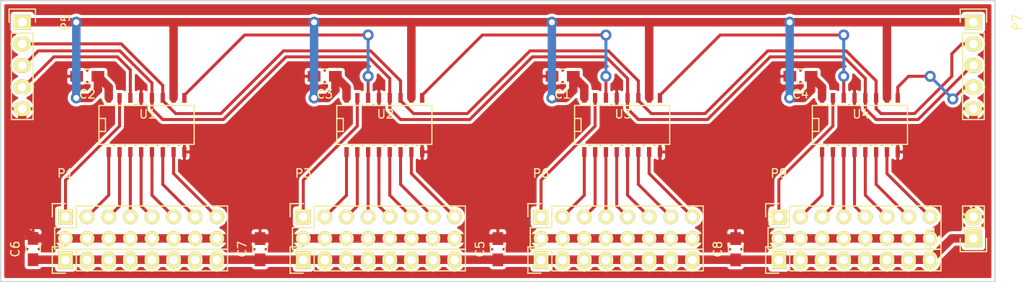
<source format=kicad_pcb>
(kicad_pcb (version 4) (host pcbnew 4.0.2+dfsg1-stable)

  (general
    (links 146)
    (no_connects 36)
    (area 149.784999 25.912143 270.385 61.138333)
    (thickness 1.6)
    (drawings 4)
    (tracks 225)
    (zones 0)
    (modules 23)
    (nets 43)
  )

  (page A4)
  (title_block
    (title "Cascadeable 32-bit Shift Register")
    (date 2016-07-15)
    (rev v1)
    (company www.photonvolt.com)
    (comment 1 "(c) 2016 Lucas V. Hartmann")
  )

  (layers
    (0 F.Cu signal)
    (31 B.Cu signal)
    (32 B.Adhes user)
    (33 F.Adhes user)
    (34 B.Paste user)
    (35 F.Paste user)
    (36 B.SilkS user)
    (37 F.SilkS user)
    (38 B.Mask user)
    (39 F.Mask user)
    (40 Dwgs.User user)
    (41 Cmts.User user)
    (42 Eco1.User user)
    (43 Eco2.User user)
    (44 Edge.Cuts user)
    (45 Margin user)
    (46 B.CrtYd user)
    (47 F.CrtYd user)
    (48 B.Fab user)
    (49 F.Fab user hide)
  )

  (setup
    (last_trace_width 0.35)
    (trace_clearance 0.35)
    (zone_clearance 0.35)
    (zone_45_only no)
    (trace_min 0.2)
    (segment_width 0.2)
    (edge_width 0.15)
    (via_size 1.3)
    (via_drill 0.7)
    (via_min_size 0.4)
    (via_min_drill 0.3)
    (uvia_size 0.3)
    (uvia_drill 0.1)
    (uvias_allowed no)
    (uvia_min_size 0.2)
    (uvia_min_drill 0.1)
    (pcb_text_width 0.3)
    (pcb_text_size 1.5 1.5)
    (mod_edge_width 0.15)
    (mod_text_size 1 1)
    (mod_text_width 0.15)
    (pad_size 1.524 1.524)
    (pad_drill 0.762)
    (pad_to_mask_clearance 0.2)
    (aux_axis_origin 0 0)
    (visible_elements FFFFFF7F)
    (pcbplotparams
      (layerselection 0x01000_80000001)
      (usegerberextensions false)
      (excludeedgelayer true)
      (linewidth 0.100000)
      (plotframeref false)
      (viasonmask false)
      (mode 1)
      (useauxorigin false)
      (hpglpennumber 1)
      (hpglpenspeed 20)
      (hpglpendiameter 15)
      (hpglpenoverlay 2)
      (psnegative false)
      (psa4output false)
      (plotreference true)
      (plotvalue true)
      (plotinvisibletext false)
      (padsonsilk false)
      (subtractmaskfromsilk false)
      (outputformat 1)
      (mirror false)
      (drillshape 0)
      (scaleselection 1)
      (outputdirectory GERBER))
  )

  (net 0 "")
  (net 1 VCC)
  (net 2 GND)
  (net 3 VPP)
  (net 4 /Q0)
  (net 5 /Q1)
  (net 6 /Q2)
  (net 7 /Q3)
  (net 8 /Q4)
  (net 9 /Q5)
  (net 10 /Q6)
  (net 11 /Q7)
  (net 12 /Q8)
  (net 13 /Q9)
  (net 14 /Q10)
  (net 15 /Q11)
  (net 16 /Q12)
  (net 17 /Q13)
  (net 18 /Q14)
  (net 19 /Q15)
  (net 20 /BCK)
  (net 21 /WCK)
  (net 22 /SDI)
  (net 23 /Q16)
  (net 24 /Q17)
  (net 25 /Q18)
  (net 26 /Q19)
  (net 27 /Q20)
  (net 28 /Q21)
  (net 29 /Q22)
  (net 30 /Q23)
  (net 31 /SDO)
  (net 32 /Q24)
  (net 33 /Q25)
  (net 34 /Q26)
  (net 35 /Q27)
  (net 36 /Q28)
  (net 37 /Q29)
  (net 38 /Q30)
  (net 39 /Q31)
  (net 40 "Net-(U1-Pad9)")
  (net 41 "Net-(U2-Pad9)")
  (net 42 "Net-(U3-Pad9)")

  (net_class Default "This is the default net class."
    (clearance 0.35)
    (trace_width 0.35)
    (via_dia 1.3)
    (via_drill 0.7)
    (uvia_dia 0.3)
    (uvia_drill 0.1)
    (add_net /BCK)
    (add_net /Q0)
    (add_net /Q1)
    (add_net /Q10)
    (add_net /Q11)
    (add_net /Q12)
    (add_net /Q13)
    (add_net /Q14)
    (add_net /Q15)
    (add_net /Q16)
    (add_net /Q17)
    (add_net /Q18)
    (add_net /Q19)
    (add_net /Q2)
    (add_net /Q20)
    (add_net /Q21)
    (add_net /Q22)
    (add_net /Q23)
    (add_net /Q24)
    (add_net /Q25)
    (add_net /Q26)
    (add_net /Q27)
    (add_net /Q28)
    (add_net /Q29)
    (add_net /Q3)
    (add_net /Q30)
    (add_net /Q31)
    (add_net /Q4)
    (add_net /Q5)
    (add_net /Q6)
    (add_net /Q7)
    (add_net /Q8)
    (add_net /Q9)
    (add_net /SDI)
    (add_net /SDO)
    (add_net /WCK)
    (add_net "Net-(U1-Pad9)")
    (add_net "Net-(U2-Pad9)")
    (add_net "Net-(U3-Pad9)")
  )

  (net_class Power ""
    (clearance 0.35)
    (trace_width 1)
    (via_dia 1.3)
    (via_drill 0.7)
    (uvia_dia 0.3)
    (uvia_drill 0.1)
    (add_net GND)
    (add_net VCC)
    (add_net VPP)
  )

  (module Capacitors_SMD:C_0805_HandSoldering (layer F.Cu) (tedit 541A9B8D) (tstamp 564B5063)
    (at 165.1 86.36 180)
    (descr "Capacitor SMD 0805, hand soldering")
    (tags "capacitor 0805")
    (path /564B60FB)
    (attr smd)
    (fp_text reference C1 (at 0 -2.1 180) (layer F.SilkS)
      (effects (font (size 1 1) (thickness 0.15)))
    )
    (fp_text value 1uF (at 0 2.1 180) (layer F.Fab)
      (effects (font (size 1 1) (thickness 0.15)))
    )
    (fp_line (start -2.3 -1) (end 2.3 -1) (layer F.CrtYd) (width 0.05))
    (fp_line (start -2.3 1) (end 2.3 1) (layer F.CrtYd) (width 0.05))
    (fp_line (start -2.3 -1) (end -2.3 1) (layer F.CrtYd) (width 0.05))
    (fp_line (start 2.3 -1) (end 2.3 1) (layer F.CrtYd) (width 0.05))
    (fp_line (start 0.5 -0.85) (end -0.5 -0.85) (layer F.SilkS) (width 0.15))
    (fp_line (start -0.5 0.85) (end 0.5 0.85) (layer F.SilkS) (width 0.15))
    (pad 1 smd rect (at -1.25 0 180) (size 1.5 1.25) (layers F.Cu F.Paste F.Mask)
      (net 1 VCC))
    (pad 2 smd rect (at 1.25 0 180) (size 1.5 1.25) (layers F.Cu F.Paste F.Mask)
      (net 2 GND))
    (model Capacitors_SMD.3dshapes/C_0805_HandSoldering.wrl
      (at (xyz 0 0 0))
      (scale (xyz 1 1 1))
      (rotate (xyz 0 0 0))
    )
  )

  (module Capacitors_SMD:C_0805_HandSoldering (layer F.Cu) (tedit 541A9B8D) (tstamp 564B5069)
    (at 109.24 86.36 180)
    (descr "Capacitor SMD 0805, hand soldering")
    (tags "capacitor 0805")
    (path /564B616C)
    (attr smd)
    (fp_text reference C2 (at 0 -2.1 180) (layer F.SilkS)
      (effects (font (size 1 1) (thickness 0.15)))
    )
    (fp_text value 1uF (at 0 2.1 180) (layer F.Fab)
      (effects (font (size 1 1) (thickness 0.15)))
    )
    (fp_line (start -2.3 -1) (end 2.3 -1) (layer F.CrtYd) (width 0.05))
    (fp_line (start -2.3 1) (end 2.3 1) (layer F.CrtYd) (width 0.05))
    (fp_line (start -2.3 -1) (end -2.3 1) (layer F.CrtYd) (width 0.05))
    (fp_line (start 2.3 -1) (end 2.3 1) (layer F.CrtYd) (width 0.05))
    (fp_line (start 0.5 -0.85) (end -0.5 -0.85) (layer F.SilkS) (width 0.15))
    (fp_line (start -0.5 0.85) (end 0.5 0.85) (layer F.SilkS) (width 0.15))
    (pad 1 smd rect (at -1.25 0 180) (size 1.5 1.25) (layers F.Cu F.Paste F.Mask)
      (net 1 VCC))
    (pad 2 smd rect (at 1.25 0 180) (size 1.5 1.25) (layers F.Cu F.Paste F.Mask)
      (net 2 GND))
    (model Capacitors_SMD.3dshapes/C_0805_HandSoldering.wrl
      (at (xyz 0 0 0))
      (scale (xyz 1 1 1))
      (rotate (xyz 0 0 0))
    )
  )

  (module Capacitors_SMD:C_0805_HandSoldering (layer F.Cu) (tedit 541A9B8D) (tstamp 564B506F)
    (at 137.14 86.36 180)
    (descr "Capacitor SMD 0805, hand soldering")
    (tags "capacitor 0805")
    (path /564B61A9)
    (attr smd)
    (fp_text reference C3 (at 0 -2.1 180) (layer F.SilkS)
      (effects (font (size 1 1) (thickness 0.15)))
    )
    (fp_text value 1uF (at 0 2.1 180) (layer F.Fab)
      (effects (font (size 1 1) (thickness 0.15)))
    )
    (fp_line (start -2.3 -1) (end 2.3 -1) (layer F.CrtYd) (width 0.05))
    (fp_line (start -2.3 1) (end 2.3 1) (layer F.CrtYd) (width 0.05))
    (fp_line (start -2.3 -1) (end -2.3 1) (layer F.CrtYd) (width 0.05))
    (fp_line (start 2.3 -1) (end 2.3 1) (layer F.CrtYd) (width 0.05))
    (fp_line (start 0.5 -0.85) (end -0.5 -0.85) (layer F.SilkS) (width 0.15))
    (fp_line (start -0.5 0.85) (end 0.5 0.85) (layer F.SilkS) (width 0.15))
    (pad 1 smd rect (at -1.25 0 180) (size 1.5 1.25) (layers F.Cu F.Paste F.Mask)
      (net 1 VCC))
    (pad 2 smd rect (at 1.25 0 180) (size 1.5 1.25) (layers F.Cu F.Paste F.Mask)
      (net 2 GND))
    (model Capacitors_SMD.3dshapes/C_0805_HandSoldering.wrl
      (at (xyz 0 0 0))
      (scale (xyz 1 1 1))
      (rotate (xyz 0 0 0))
    )
  )

  (module Capacitors_SMD:C_0805_HandSoldering (layer F.Cu) (tedit 541A9B8D) (tstamp 564B5075)
    (at 193.04 86.36 180)
    (descr "Capacitor SMD 0805, hand soldering")
    (tags "capacitor 0805")
    (path /564B61EC)
    (attr smd)
    (fp_text reference C4 (at 0 -2.1 180) (layer F.SilkS)
      (effects (font (size 1 1) (thickness 0.15)))
    )
    (fp_text value 1uF (at 0 2.1 180) (layer F.Fab)
      (effects (font (size 1 1) (thickness 0.15)))
    )
    (fp_line (start -2.3 -1) (end 2.3 -1) (layer F.CrtYd) (width 0.05))
    (fp_line (start -2.3 1) (end 2.3 1) (layer F.CrtYd) (width 0.05))
    (fp_line (start -2.3 -1) (end -2.3 1) (layer F.CrtYd) (width 0.05))
    (fp_line (start 2.3 -1) (end 2.3 1) (layer F.CrtYd) (width 0.05))
    (fp_line (start 0.5 -0.85) (end -0.5 -0.85) (layer F.SilkS) (width 0.15))
    (fp_line (start -0.5 0.85) (end 0.5 0.85) (layer F.SilkS) (width 0.15))
    (pad 1 smd rect (at -1.25 0 180) (size 1.5 1.25) (layers F.Cu F.Paste F.Mask)
      (net 1 VCC))
    (pad 2 smd rect (at 1.25 0 180) (size 1.5 1.25) (layers F.Cu F.Paste F.Mask)
      (net 2 GND))
    (model Capacitors_SMD.3dshapes/C_0805_HandSoldering.wrl
      (at (xyz 0 0 0))
      (scale (xyz 1 1 1))
      (rotate (xyz 0 0 0))
    )
  )

  (module Capacitors_SMD:C_0805_HandSoldering (layer F.Cu) (tedit 541A9B8D) (tstamp 564B507B)
    (at 157.48 106.68 90)
    (descr "Capacitor SMD 0805, hand soldering")
    (tags "capacitor 0805")
    (path /564B6E07)
    (attr smd)
    (fp_text reference C5 (at 0 -2.1 90) (layer F.SilkS)
      (effects (font (size 1 1) (thickness 0.15)))
    )
    (fp_text value 1uF (at 0 2.1 90) (layer F.Fab)
      (effects (font (size 1 1) (thickness 0.15)))
    )
    (fp_line (start -2.3 -1) (end 2.3 -1) (layer F.CrtYd) (width 0.05))
    (fp_line (start -2.3 1) (end 2.3 1) (layer F.CrtYd) (width 0.05))
    (fp_line (start -2.3 -1) (end -2.3 1) (layer F.CrtYd) (width 0.05))
    (fp_line (start 2.3 -1) (end 2.3 1) (layer F.CrtYd) (width 0.05))
    (fp_line (start 0.5 -0.85) (end -0.5 -0.85) (layer F.SilkS) (width 0.15))
    (fp_line (start -0.5 0.85) (end 0.5 0.85) (layer F.SilkS) (width 0.15))
    (pad 1 smd rect (at -1.25 0 90) (size 1.5 1.25) (layers F.Cu F.Paste F.Mask)
      (net 3 VPP))
    (pad 2 smd rect (at 1.25 0 90) (size 1.5 1.25) (layers F.Cu F.Paste F.Mask)
      (net 2 GND))
    (model Capacitors_SMD.3dshapes/C_0805_HandSoldering.wrl
      (at (xyz 0 0 0))
      (scale (xyz 1 1 1))
      (rotate (xyz 0 0 0))
    )
  )

  (module Capacitors_SMD:C_0805_HandSoldering (layer F.Cu) (tedit 541A9B8D) (tstamp 564B5081)
    (at 102.87 106.66 90)
    (descr "Capacitor SMD 0805, hand soldering")
    (tags "capacitor 0805")
    (path /564B6E0E)
    (attr smd)
    (fp_text reference C6 (at 0 -2.1 90) (layer F.SilkS)
      (effects (font (size 1 1) (thickness 0.15)))
    )
    (fp_text value 1uF (at 0 2.1 90) (layer F.Fab)
      (effects (font (size 1 1) (thickness 0.15)))
    )
    (fp_line (start -2.3 -1) (end 2.3 -1) (layer F.CrtYd) (width 0.05))
    (fp_line (start -2.3 1) (end 2.3 1) (layer F.CrtYd) (width 0.05))
    (fp_line (start -2.3 -1) (end -2.3 1) (layer F.CrtYd) (width 0.05))
    (fp_line (start 2.3 -1) (end 2.3 1) (layer F.CrtYd) (width 0.05))
    (fp_line (start 0.5 -0.85) (end -0.5 -0.85) (layer F.SilkS) (width 0.15))
    (fp_line (start -0.5 0.85) (end 0.5 0.85) (layer F.SilkS) (width 0.15))
    (pad 1 smd rect (at -1.25 0 90) (size 1.5 1.25) (layers F.Cu F.Paste F.Mask)
      (net 3 VPP))
    (pad 2 smd rect (at 1.25 0 90) (size 1.5 1.25) (layers F.Cu F.Paste F.Mask)
      (net 2 GND))
    (model Capacitors_SMD.3dshapes/C_0805_HandSoldering.wrl
      (at (xyz 0 0 0))
      (scale (xyz 1 1 1))
      (rotate (xyz 0 0 0))
    )
  )

  (module Capacitors_SMD:C_0805_HandSoldering (layer F.Cu) (tedit 541A9B8D) (tstamp 564B5087)
    (at 129.54 106.68 90)
    (descr "Capacitor SMD 0805, hand soldering")
    (tags "capacitor 0805")
    (path /564B6E15)
    (attr smd)
    (fp_text reference C7 (at 0 -2.1 90) (layer F.SilkS)
      (effects (font (size 1 1) (thickness 0.15)))
    )
    (fp_text value 1uF (at 0 2.1 90) (layer F.Fab)
      (effects (font (size 1 1) (thickness 0.15)))
    )
    (fp_line (start -2.3 -1) (end 2.3 -1) (layer F.CrtYd) (width 0.05))
    (fp_line (start -2.3 1) (end 2.3 1) (layer F.CrtYd) (width 0.05))
    (fp_line (start -2.3 -1) (end -2.3 1) (layer F.CrtYd) (width 0.05))
    (fp_line (start 2.3 -1) (end 2.3 1) (layer F.CrtYd) (width 0.05))
    (fp_line (start 0.5 -0.85) (end -0.5 -0.85) (layer F.SilkS) (width 0.15))
    (fp_line (start -0.5 0.85) (end 0.5 0.85) (layer F.SilkS) (width 0.15))
    (pad 1 smd rect (at -1.25 0 90) (size 1.5 1.25) (layers F.Cu F.Paste F.Mask)
      (net 3 VPP))
    (pad 2 smd rect (at 1.25 0 90) (size 1.5 1.25) (layers F.Cu F.Paste F.Mask)
      (net 2 GND))
    (model Capacitors_SMD.3dshapes/C_0805_HandSoldering.wrl
      (at (xyz 0 0 0))
      (scale (xyz 1 1 1))
      (rotate (xyz 0 0 0))
    )
  )

  (module Capacitors_SMD:C_0805_HandSoldering (layer F.Cu) (tedit 541A9B8D) (tstamp 564B508D)
    (at 185.42 106.68 90)
    (descr "Capacitor SMD 0805, hand soldering")
    (tags "capacitor 0805")
    (path /564B6E1C)
    (attr smd)
    (fp_text reference C8 (at 0 -2.1 90) (layer F.SilkS)
      (effects (font (size 1 1) (thickness 0.15)))
    )
    (fp_text value 1uF (at 0 2.1 90) (layer F.Fab)
      (effects (font (size 1 1) (thickness 0.15)))
    )
    (fp_line (start -2.3 -1) (end 2.3 -1) (layer F.CrtYd) (width 0.05))
    (fp_line (start -2.3 1) (end 2.3 1) (layer F.CrtYd) (width 0.05))
    (fp_line (start -2.3 -1) (end -2.3 1) (layer F.CrtYd) (width 0.05))
    (fp_line (start 2.3 -1) (end 2.3 1) (layer F.CrtYd) (width 0.05))
    (fp_line (start 0.5 -0.85) (end -0.5 -0.85) (layer F.SilkS) (width 0.15))
    (fp_line (start -0.5 0.85) (end 0.5 0.85) (layer F.SilkS) (width 0.15))
    (pad 1 smd rect (at -1.25 0 90) (size 1.5 1.25) (layers F.Cu F.Paste F.Mask)
      (net 3 VPP))
    (pad 2 smd rect (at 1.25 0 90) (size 1.5 1.25) (layers F.Cu F.Paste F.Mask)
      (net 2 GND))
    (model Capacitors_SMD.3dshapes/C_0805_HandSoldering.wrl
      (at (xyz 0 0 0))
      (scale (xyz 1 1 1))
      (rotate (xyz 0 0 0))
    )
  )

  (module Socket_Strips:Socket_Strip_Straight_2x08 (layer F.Cu) (tedit 0) (tstamp 564B50A1)
    (at 106.68 102.87)
    (descr "Through hole socket strip")
    (tags "socket strip")
    (path /564B4E7E)
    (fp_text reference P1 (at 0 -5.1) (layer F.SilkS)
      (effects (font (size 1 1) (thickness 0.15)))
    )
    (fp_text value CONN_02X08 (at 0 -3.1) (layer F.Fab)
      (effects (font (size 1 1) (thickness 0.15)))
    )
    (fp_line (start -1.75 -1.75) (end -1.75 4.3) (layer F.CrtYd) (width 0.05))
    (fp_line (start 19.55 -1.75) (end 19.55 4.3) (layer F.CrtYd) (width 0.05))
    (fp_line (start -1.75 -1.75) (end 19.55 -1.75) (layer F.CrtYd) (width 0.05))
    (fp_line (start -1.75 4.3) (end 19.55 4.3) (layer F.CrtYd) (width 0.05))
    (fp_line (start 19.05 3.81) (end -1.27 3.81) (layer F.SilkS) (width 0.15))
    (fp_line (start 1.27 -1.27) (end 19.05 -1.27) (layer F.SilkS) (width 0.15))
    (fp_line (start 19.05 3.81) (end 19.05 -1.27) (layer F.SilkS) (width 0.15))
    (fp_line (start -1.27 3.81) (end -1.27 1.27) (layer F.SilkS) (width 0.15))
    (fp_line (start 0 -1.55) (end -1.55 -1.55) (layer F.SilkS) (width 0.15))
    (fp_line (start -1.27 1.27) (end 1.27 1.27) (layer F.SilkS) (width 0.15))
    (fp_line (start 1.27 1.27) (end 1.27 -1.27) (layer F.SilkS) (width 0.15))
    (fp_line (start -1.55 -1.55) (end -1.55 0) (layer F.SilkS) (width 0.15))
    (pad 1 thru_hole rect (at 0 0) (size 1.7272 1.7272) (drill 1.016) (layers *.Cu *.Mask F.SilkS)
      (net 4 /Q0))
    (pad 2 thru_hole oval (at 0 2.54) (size 1.7272 1.7272) (drill 1.016) (layers *.Cu *.Mask F.SilkS)
      (net 2 GND))
    (pad 3 thru_hole oval (at 2.54 0) (size 1.7272 1.7272) (drill 1.016) (layers *.Cu *.Mask F.SilkS)
      (net 5 /Q1))
    (pad 4 thru_hole oval (at 2.54 2.54) (size 1.7272 1.7272) (drill 1.016) (layers *.Cu *.Mask F.SilkS)
      (net 2 GND))
    (pad 5 thru_hole oval (at 5.08 0) (size 1.7272 1.7272) (drill 1.016) (layers *.Cu *.Mask F.SilkS)
      (net 6 /Q2))
    (pad 6 thru_hole oval (at 5.08 2.54) (size 1.7272 1.7272) (drill 1.016) (layers *.Cu *.Mask F.SilkS)
      (net 2 GND))
    (pad 7 thru_hole oval (at 7.62 0) (size 1.7272 1.7272) (drill 1.016) (layers *.Cu *.Mask F.SilkS)
      (net 7 /Q3))
    (pad 8 thru_hole oval (at 7.62 2.54) (size 1.7272 1.7272) (drill 1.016) (layers *.Cu *.Mask F.SilkS)
      (net 2 GND))
    (pad 9 thru_hole oval (at 10.16 0) (size 1.7272 1.7272) (drill 1.016) (layers *.Cu *.Mask F.SilkS)
      (net 8 /Q4))
    (pad 10 thru_hole oval (at 10.16 2.54) (size 1.7272 1.7272) (drill 1.016) (layers *.Cu *.Mask F.SilkS)
      (net 2 GND))
    (pad 11 thru_hole oval (at 12.7 0) (size 1.7272 1.7272) (drill 1.016) (layers *.Cu *.Mask F.SilkS)
      (net 9 /Q5))
    (pad 12 thru_hole oval (at 12.7 2.54) (size 1.7272 1.7272) (drill 1.016) (layers *.Cu *.Mask F.SilkS)
      (net 2 GND))
    (pad 13 thru_hole oval (at 15.24 0) (size 1.7272 1.7272) (drill 1.016) (layers *.Cu *.Mask F.SilkS)
      (net 10 /Q6))
    (pad 14 thru_hole oval (at 15.24 2.54) (size 1.7272 1.7272) (drill 1.016) (layers *.Cu *.Mask F.SilkS)
      (net 2 GND))
    (pad 15 thru_hole oval (at 17.78 0) (size 1.7272 1.7272) (drill 1.016) (layers *.Cu *.Mask F.SilkS)
      (net 11 /Q7))
    (pad 16 thru_hole oval (at 17.78 2.54) (size 1.7272 1.7272) (drill 1.016) (layers *.Cu *.Mask F.SilkS)
      (net 2 GND))
    (model Socket_Strips.3dshapes/Socket_Strip_Straight_2x08.wrl
      (at (xyz 0.35 -0.05 0))
      (scale (xyz 1 1 1))
      (rotate (xyz 0 0 180))
    )
  )

  (module Socket_Strips:Socket_Strip_Straight_1x08 (layer F.Cu) (tedit 0) (tstamp 564B50AD)
    (at 106.68 107.95)
    (descr "Through hole socket strip")
    (tags "socket strip")
    (path /564B57F1)
    (fp_text reference P2 (at 0 -5.1) (layer F.SilkS)
      (effects (font (size 1 1) (thickness 0.15)))
    )
    (fp_text value CONN_01X08 (at 0 -3.1) (layer F.Fab)
      (effects (font (size 1 1) (thickness 0.15)))
    )
    (fp_line (start -1.75 -1.75) (end -1.75 1.75) (layer F.CrtYd) (width 0.05))
    (fp_line (start 19.55 -1.75) (end 19.55 1.75) (layer F.CrtYd) (width 0.05))
    (fp_line (start -1.75 -1.75) (end 19.55 -1.75) (layer F.CrtYd) (width 0.05))
    (fp_line (start -1.75 1.75) (end 19.55 1.75) (layer F.CrtYd) (width 0.05))
    (fp_line (start 1.27 1.27) (end 19.05 1.27) (layer F.SilkS) (width 0.15))
    (fp_line (start 19.05 1.27) (end 19.05 -1.27) (layer F.SilkS) (width 0.15))
    (fp_line (start 19.05 -1.27) (end 1.27 -1.27) (layer F.SilkS) (width 0.15))
    (fp_line (start -1.55 1.55) (end 0 1.55) (layer F.SilkS) (width 0.15))
    (fp_line (start 1.27 1.27) (end 1.27 -1.27) (layer F.SilkS) (width 0.15))
    (fp_line (start 0 -1.55) (end -1.55 -1.55) (layer F.SilkS) (width 0.15))
    (fp_line (start -1.55 -1.55) (end -1.55 1.55) (layer F.SilkS) (width 0.15))
    (pad 1 thru_hole rect (at 0 0) (size 1.7272 2.032) (drill 1.016) (layers *.Cu *.Mask F.SilkS)
      (net 3 VPP))
    (pad 2 thru_hole oval (at 2.54 0) (size 1.7272 2.032) (drill 1.016) (layers *.Cu *.Mask F.SilkS)
      (net 3 VPP))
    (pad 3 thru_hole oval (at 5.08 0) (size 1.7272 2.032) (drill 1.016) (layers *.Cu *.Mask F.SilkS)
      (net 3 VPP))
    (pad 4 thru_hole oval (at 7.62 0) (size 1.7272 2.032) (drill 1.016) (layers *.Cu *.Mask F.SilkS)
      (net 3 VPP))
    (pad 5 thru_hole oval (at 10.16 0) (size 1.7272 2.032) (drill 1.016) (layers *.Cu *.Mask F.SilkS)
      (net 3 VPP))
    (pad 6 thru_hole oval (at 12.7 0) (size 1.7272 2.032) (drill 1.016) (layers *.Cu *.Mask F.SilkS)
      (net 3 VPP))
    (pad 7 thru_hole oval (at 15.24 0) (size 1.7272 2.032) (drill 1.016) (layers *.Cu *.Mask F.SilkS)
      (net 3 VPP))
    (pad 8 thru_hole oval (at 17.78 0) (size 1.7272 2.032) (drill 1.016) (layers *.Cu *.Mask F.SilkS)
      (net 3 VPP))
    (model Socket_Strips.3dshapes/Socket_Strip_Straight_1x08.wrl
      (at (xyz 0.35 0 0))
      (scale (xyz 1 1 1))
      (rotate (xyz 0 0 180))
    )
  )

  (module Socket_Strips:Socket_Strip_Straight_2x08 (layer F.Cu) (tedit 0) (tstamp 564B50C1)
    (at 134.62 102.87)
    (descr "Through hole socket strip")
    (tags "socket strip")
    (path /564B538D)
    (fp_text reference P3 (at 0 -5.1) (layer F.SilkS)
      (effects (font (size 1 1) (thickness 0.15)))
    )
    (fp_text value CONN_02X08 (at 0 -3.1) (layer F.Fab)
      (effects (font (size 1 1) (thickness 0.15)))
    )
    (fp_line (start -1.75 -1.75) (end -1.75 4.3) (layer F.CrtYd) (width 0.05))
    (fp_line (start 19.55 -1.75) (end 19.55 4.3) (layer F.CrtYd) (width 0.05))
    (fp_line (start -1.75 -1.75) (end 19.55 -1.75) (layer F.CrtYd) (width 0.05))
    (fp_line (start -1.75 4.3) (end 19.55 4.3) (layer F.CrtYd) (width 0.05))
    (fp_line (start 19.05 3.81) (end -1.27 3.81) (layer F.SilkS) (width 0.15))
    (fp_line (start 1.27 -1.27) (end 19.05 -1.27) (layer F.SilkS) (width 0.15))
    (fp_line (start 19.05 3.81) (end 19.05 -1.27) (layer F.SilkS) (width 0.15))
    (fp_line (start -1.27 3.81) (end -1.27 1.27) (layer F.SilkS) (width 0.15))
    (fp_line (start 0 -1.55) (end -1.55 -1.55) (layer F.SilkS) (width 0.15))
    (fp_line (start -1.27 1.27) (end 1.27 1.27) (layer F.SilkS) (width 0.15))
    (fp_line (start 1.27 1.27) (end 1.27 -1.27) (layer F.SilkS) (width 0.15))
    (fp_line (start -1.55 -1.55) (end -1.55 0) (layer F.SilkS) (width 0.15))
    (pad 1 thru_hole rect (at 0 0) (size 1.7272 1.7272) (drill 1.016) (layers *.Cu *.Mask F.SilkS)
      (net 12 /Q8))
    (pad 2 thru_hole oval (at 0 2.54) (size 1.7272 1.7272) (drill 1.016) (layers *.Cu *.Mask F.SilkS)
      (net 2 GND))
    (pad 3 thru_hole oval (at 2.54 0) (size 1.7272 1.7272) (drill 1.016) (layers *.Cu *.Mask F.SilkS)
      (net 13 /Q9))
    (pad 4 thru_hole oval (at 2.54 2.54) (size 1.7272 1.7272) (drill 1.016) (layers *.Cu *.Mask F.SilkS)
      (net 2 GND))
    (pad 5 thru_hole oval (at 5.08 0) (size 1.7272 1.7272) (drill 1.016) (layers *.Cu *.Mask F.SilkS)
      (net 14 /Q10))
    (pad 6 thru_hole oval (at 5.08 2.54) (size 1.7272 1.7272) (drill 1.016) (layers *.Cu *.Mask F.SilkS)
      (net 2 GND))
    (pad 7 thru_hole oval (at 7.62 0) (size 1.7272 1.7272) (drill 1.016) (layers *.Cu *.Mask F.SilkS)
      (net 15 /Q11))
    (pad 8 thru_hole oval (at 7.62 2.54) (size 1.7272 1.7272) (drill 1.016) (layers *.Cu *.Mask F.SilkS)
      (net 2 GND))
    (pad 9 thru_hole oval (at 10.16 0) (size 1.7272 1.7272) (drill 1.016) (layers *.Cu *.Mask F.SilkS)
      (net 16 /Q12))
    (pad 10 thru_hole oval (at 10.16 2.54) (size 1.7272 1.7272) (drill 1.016) (layers *.Cu *.Mask F.SilkS)
      (net 2 GND))
    (pad 11 thru_hole oval (at 12.7 0) (size 1.7272 1.7272) (drill 1.016) (layers *.Cu *.Mask F.SilkS)
      (net 17 /Q13))
    (pad 12 thru_hole oval (at 12.7 2.54) (size 1.7272 1.7272) (drill 1.016) (layers *.Cu *.Mask F.SilkS)
      (net 2 GND))
    (pad 13 thru_hole oval (at 15.24 0) (size 1.7272 1.7272) (drill 1.016) (layers *.Cu *.Mask F.SilkS)
      (net 18 /Q14))
    (pad 14 thru_hole oval (at 15.24 2.54) (size 1.7272 1.7272) (drill 1.016) (layers *.Cu *.Mask F.SilkS)
      (net 2 GND))
    (pad 15 thru_hole oval (at 17.78 0) (size 1.7272 1.7272) (drill 1.016) (layers *.Cu *.Mask F.SilkS)
      (net 19 /Q15))
    (pad 16 thru_hole oval (at 17.78 2.54) (size 1.7272 1.7272) (drill 1.016) (layers *.Cu *.Mask F.SilkS)
      (net 2 GND))
    (model Socket_Strips.3dshapes/Socket_Strip_Straight_2x08.wrl
      (at (xyz 0.35 -0.05 0))
      (scale (xyz 1 1 1))
      (rotate (xyz 0 0 180))
    )
  )

  (module Socket_Strips:Socket_Strip_Straight_1x08 (layer F.Cu) (tedit 0) (tstamp 564B50CD)
    (at 134.62 107.95)
    (descr "Through hole socket strip")
    (tags "socket strip")
    (path /564B5EDC)
    (fp_text reference P4 (at 0 -5.1) (layer F.SilkS)
      (effects (font (size 1 1) (thickness 0.15)))
    )
    (fp_text value CONN_01X08 (at 0 -3.1) (layer F.Fab)
      (effects (font (size 1 1) (thickness 0.15)))
    )
    (fp_line (start -1.75 -1.75) (end -1.75 1.75) (layer F.CrtYd) (width 0.05))
    (fp_line (start 19.55 -1.75) (end 19.55 1.75) (layer F.CrtYd) (width 0.05))
    (fp_line (start -1.75 -1.75) (end 19.55 -1.75) (layer F.CrtYd) (width 0.05))
    (fp_line (start -1.75 1.75) (end 19.55 1.75) (layer F.CrtYd) (width 0.05))
    (fp_line (start 1.27 1.27) (end 19.05 1.27) (layer F.SilkS) (width 0.15))
    (fp_line (start 19.05 1.27) (end 19.05 -1.27) (layer F.SilkS) (width 0.15))
    (fp_line (start 19.05 -1.27) (end 1.27 -1.27) (layer F.SilkS) (width 0.15))
    (fp_line (start -1.55 1.55) (end 0 1.55) (layer F.SilkS) (width 0.15))
    (fp_line (start 1.27 1.27) (end 1.27 -1.27) (layer F.SilkS) (width 0.15))
    (fp_line (start 0 -1.55) (end -1.55 -1.55) (layer F.SilkS) (width 0.15))
    (fp_line (start -1.55 -1.55) (end -1.55 1.55) (layer F.SilkS) (width 0.15))
    (pad 1 thru_hole rect (at 0 0) (size 1.7272 2.032) (drill 1.016) (layers *.Cu *.Mask F.SilkS)
      (net 3 VPP))
    (pad 2 thru_hole oval (at 2.54 0) (size 1.7272 2.032) (drill 1.016) (layers *.Cu *.Mask F.SilkS)
      (net 3 VPP))
    (pad 3 thru_hole oval (at 5.08 0) (size 1.7272 2.032) (drill 1.016) (layers *.Cu *.Mask F.SilkS)
      (net 3 VPP))
    (pad 4 thru_hole oval (at 7.62 0) (size 1.7272 2.032) (drill 1.016) (layers *.Cu *.Mask F.SilkS)
      (net 3 VPP))
    (pad 5 thru_hole oval (at 10.16 0) (size 1.7272 2.032) (drill 1.016) (layers *.Cu *.Mask F.SilkS)
      (net 3 VPP))
    (pad 6 thru_hole oval (at 12.7 0) (size 1.7272 2.032) (drill 1.016) (layers *.Cu *.Mask F.SilkS)
      (net 3 VPP))
    (pad 7 thru_hole oval (at 15.24 0) (size 1.7272 2.032) (drill 1.016) (layers *.Cu *.Mask F.SilkS)
      (net 3 VPP))
    (pad 8 thru_hole oval (at 17.78 0) (size 1.7272 2.032) (drill 1.016) (layers *.Cu *.Mask F.SilkS)
      (net 3 VPP))
    (model Socket_Strips.3dshapes/Socket_Strip_Straight_1x08.wrl
      (at (xyz 0.35 0 0))
      (scale (xyz 1 1 1))
      (rotate (xyz 0 0 180))
    )
  )

  (module Socket_Strips:Socket_Strip_Straight_1x05 (layer F.Cu) (tedit 0) (tstamp 564B50D6)
    (at 101.6 80.01 270)
    (descr "Through hole socket strip")
    (tags "socket strip")
    (path /564B4C2F)
    (fp_text reference P5 (at 0 -5.1 270) (layer F.SilkS)
      (effects (font (size 1 1) (thickness 0.15)))
    )
    (fp_text value INPUT (at 0 -3.1 270) (layer F.Fab)
      (effects (font (size 1 1) (thickness 0.15)))
    )
    (fp_line (start -1.75 -1.75) (end -1.75 1.75) (layer F.CrtYd) (width 0.05))
    (fp_line (start 11.95 -1.75) (end 11.95 1.75) (layer F.CrtYd) (width 0.05))
    (fp_line (start -1.75 -1.75) (end 11.95 -1.75) (layer F.CrtYd) (width 0.05))
    (fp_line (start -1.75 1.75) (end 11.95 1.75) (layer F.CrtYd) (width 0.05))
    (fp_line (start 1.27 1.27) (end 11.43 1.27) (layer F.SilkS) (width 0.15))
    (fp_line (start 11.43 1.27) (end 11.43 -1.27) (layer F.SilkS) (width 0.15))
    (fp_line (start 11.43 -1.27) (end 1.27 -1.27) (layer F.SilkS) (width 0.15))
    (fp_line (start -1.55 1.55) (end 0 1.55) (layer F.SilkS) (width 0.15))
    (fp_line (start 1.27 1.27) (end 1.27 -1.27) (layer F.SilkS) (width 0.15))
    (fp_line (start 0 -1.55) (end -1.55 -1.55) (layer F.SilkS) (width 0.15))
    (fp_line (start -1.55 -1.55) (end -1.55 1.55) (layer F.SilkS) (width 0.15))
    (pad 1 thru_hole rect (at 0 0 270) (size 1.7272 2.032) (drill 1.016) (layers *.Cu *.Mask F.SilkS)
      (net 1 VCC))
    (pad 2 thru_hole oval (at 2.54 0 270) (size 1.7272 2.032) (drill 1.016) (layers *.Cu *.Mask F.SilkS)
      (net 20 /BCK))
    (pad 3 thru_hole oval (at 5.08 0 270) (size 1.7272 2.032) (drill 1.016) (layers *.Cu *.Mask F.SilkS)
      (net 21 /WCK))
    (pad 4 thru_hole oval (at 7.62 0 270) (size 1.7272 2.032) (drill 1.016) (layers *.Cu *.Mask F.SilkS)
      (net 22 /SDI))
    (pad 5 thru_hole oval (at 10.16 0 270) (size 1.7272 2.032) (drill 1.016) (layers *.Cu *.Mask F.SilkS)
      (net 2 GND))
    (model Socket_Strips.3dshapes/Socket_Strip_Straight_1x05.wrl
      (at (xyz 0.2 0 0))
      (scale (xyz 1 1 1))
      (rotate (xyz 0 0 180))
    )
  )

  (module Socket_Strips:Socket_Strip_Straight_2x08 (layer F.Cu) (tedit 0) (tstamp 564B50EA)
    (at 162.56 102.87)
    (descr "Through hole socket strip")
    (tags "socket strip")
    (path /564B54A0)
    (fp_text reference P6 (at 0 -5.1) (layer F.SilkS)
      (effects (font (size 1 1) (thickness 0.15)))
    )
    (fp_text value CONN_02X08 (at 0 -3.1) (layer F.Fab)
      (effects (font (size 1 1) (thickness 0.15)))
    )
    (fp_line (start -1.75 -1.75) (end -1.75 4.3) (layer F.CrtYd) (width 0.05))
    (fp_line (start 19.55 -1.75) (end 19.55 4.3) (layer F.CrtYd) (width 0.05))
    (fp_line (start -1.75 -1.75) (end 19.55 -1.75) (layer F.CrtYd) (width 0.05))
    (fp_line (start -1.75 4.3) (end 19.55 4.3) (layer F.CrtYd) (width 0.05))
    (fp_line (start 19.05 3.81) (end -1.27 3.81) (layer F.SilkS) (width 0.15))
    (fp_line (start 1.27 -1.27) (end 19.05 -1.27) (layer F.SilkS) (width 0.15))
    (fp_line (start 19.05 3.81) (end 19.05 -1.27) (layer F.SilkS) (width 0.15))
    (fp_line (start -1.27 3.81) (end -1.27 1.27) (layer F.SilkS) (width 0.15))
    (fp_line (start 0 -1.55) (end -1.55 -1.55) (layer F.SilkS) (width 0.15))
    (fp_line (start -1.27 1.27) (end 1.27 1.27) (layer F.SilkS) (width 0.15))
    (fp_line (start 1.27 1.27) (end 1.27 -1.27) (layer F.SilkS) (width 0.15))
    (fp_line (start -1.55 -1.55) (end -1.55 0) (layer F.SilkS) (width 0.15))
    (pad 1 thru_hole rect (at 0 0) (size 1.7272 1.7272) (drill 1.016) (layers *.Cu *.Mask F.SilkS)
      (net 23 /Q16))
    (pad 2 thru_hole oval (at 0 2.54) (size 1.7272 1.7272) (drill 1.016) (layers *.Cu *.Mask F.SilkS)
      (net 2 GND))
    (pad 3 thru_hole oval (at 2.54 0) (size 1.7272 1.7272) (drill 1.016) (layers *.Cu *.Mask F.SilkS)
      (net 24 /Q17))
    (pad 4 thru_hole oval (at 2.54 2.54) (size 1.7272 1.7272) (drill 1.016) (layers *.Cu *.Mask F.SilkS)
      (net 2 GND))
    (pad 5 thru_hole oval (at 5.08 0) (size 1.7272 1.7272) (drill 1.016) (layers *.Cu *.Mask F.SilkS)
      (net 25 /Q18))
    (pad 6 thru_hole oval (at 5.08 2.54) (size 1.7272 1.7272) (drill 1.016) (layers *.Cu *.Mask F.SilkS)
      (net 2 GND))
    (pad 7 thru_hole oval (at 7.62 0) (size 1.7272 1.7272) (drill 1.016) (layers *.Cu *.Mask F.SilkS)
      (net 26 /Q19))
    (pad 8 thru_hole oval (at 7.62 2.54) (size 1.7272 1.7272) (drill 1.016) (layers *.Cu *.Mask F.SilkS)
      (net 2 GND))
    (pad 9 thru_hole oval (at 10.16 0) (size 1.7272 1.7272) (drill 1.016) (layers *.Cu *.Mask F.SilkS)
      (net 27 /Q20))
    (pad 10 thru_hole oval (at 10.16 2.54) (size 1.7272 1.7272) (drill 1.016) (layers *.Cu *.Mask F.SilkS)
      (net 2 GND))
    (pad 11 thru_hole oval (at 12.7 0) (size 1.7272 1.7272) (drill 1.016) (layers *.Cu *.Mask F.SilkS)
      (net 28 /Q21))
    (pad 12 thru_hole oval (at 12.7 2.54) (size 1.7272 1.7272) (drill 1.016) (layers *.Cu *.Mask F.SilkS)
      (net 2 GND))
    (pad 13 thru_hole oval (at 15.24 0) (size 1.7272 1.7272) (drill 1.016) (layers *.Cu *.Mask F.SilkS)
      (net 29 /Q22))
    (pad 14 thru_hole oval (at 15.24 2.54) (size 1.7272 1.7272) (drill 1.016) (layers *.Cu *.Mask F.SilkS)
      (net 2 GND))
    (pad 15 thru_hole oval (at 17.78 0) (size 1.7272 1.7272) (drill 1.016) (layers *.Cu *.Mask F.SilkS)
      (net 30 /Q23))
    (pad 16 thru_hole oval (at 17.78 2.54) (size 1.7272 1.7272) (drill 1.016) (layers *.Cu *.Mask F.SilkS)
      (net 2 GND))
    (model Socket_Strips.3dshapes/Socket_Strip_Straight_2x08.wrl
      (at (xyz 0.35 -0.05 0))
      (scale (xyz 1 1 1))
      (rotate (xyz 0 0 180))
    )
  )

  (module Socket_Strips:Socket_Strip_Straight_1x05 (layer F.Cu) (tedit 0) (tstamp 564B50F3)
    (at 213.36 80.01 270)
    (descr "Through hole socket strip")
    (tags "socket strip")
    (path /564A5E7D)
    (fp_text reference P7 (at 0 -5.1 270) (layer F.SilkS)
      (effects (font (size 1 1) (thickness 0.15)))
    )
    (fp_text value EXPANSION (at 0 -3.1 270) (layer F.Fab)
      (effects (font (size 1 1) (thickness 0.15)))
    )
    (fp_line (start -1.75 -1.75) (end -1.75 1.75) (layer F.CrtYd) (width 0.05))
    (fp_line (start 11.95 -1.75) (end 11.95 1.75) (layer F.CrtYd) (width 0.05))
    (fp_line (start -1.75 -1.75) (end 11.95 -1.75) (layer F.CrtYd) (width 0.05))
    (fp_line (start -1.75 1.75) (end 11.95 1.75) (layer F.CrtYd) (width 0.05))
    (fp_line (start 1.27 1.27) (end 11.43 1.27) (layer F.SilkS) (width 0.15))
    (fp_line (start 11.43 1.27) (end 11.43 -1.27) (layer F.SilkS) (width 0.15))
    (fp_line (start 11.43 -1.27) (end 1.27 -1.27) (layer F.SilkS) (width 0.15))
    (fp_line (start -1.55 1.55) (end 0 1.55) (layer F.SilkS) (width 0.15))
    (fp_line (start 1.27 1.27) (end 1.27 -1.27) (layer F.SilkS) (width 0.15))
    (fp_line (start 0 -1.55) (end -1.55 -1.55) (layer F.SilkS) (width 0.15))
    (fp_line (start -1.55 -1.55) (end -1.55 1.55) (layer F.SilkS) (width 0.15))
    (pad 1 thru_hole rect (at 0 0 270) (size 1.7272 2.032) (drill 1.016) (layers *.Cu *.Mask F.SilkS)
      (net 1 VCC))
    (pad 2 thru_hole oval (at 2.54 0 270) (size 1.7272 2.032) (drill 1.016) (layers *.Cu *.Mask F.SilkS)
      (net 20 /BCK))
    (pad 3 thru_hole oval (at 5.08 0 270) (size 1.7272 2.032) (drill 1.016) (layers *.Cu *.Mask F.SilkS)
      (net 21 /WCK))
    (pad 4 thru_hole oval (at 7.62 0 270) (size 1.7272 2.032) (drill 1.016) (layers *.Cu *.Mask F.SilkS)
      (net 31 /SDO))
    (pad 5 thru_hole oval (at 10.16 0 270) (size 1.7272 2.032) (drill 1.016) (layers *.Cu *.Mask F.SilkS)
      (net 2 GND))
    (model Socket_Strips.3dshapes/Socket_Strip_Straight_1x05.wrl
      (at (xyz 0.2 0 0))
      (scale (xyz 1 1 1))
      (rotate (xyz 0 0 180))
    )
  )

  (module Socket_Strips:Socket_Strip_Straight_1x08 (layer F.Cu) (tedit 0) (tstamp 564B50FF)
    (at 162.56 107.95)
    (descr "Through hole socket strip")
    (tags "socket strip")
    (path /564B5F8D)
    (fp_text reference P8 (at 0 -5.1) (layer F.SilkS)
      (effects (font (size 1 1) (thickness 0.15)))
    )
    (fp_text value CONN_01X08 (at 0 -3.1) (layer F.Fab)
      (effects (font (size 1 1) (thickness 0.15)))
    )
    (fp_line (start -1.75 -1.75) (end -1.75 1.75) (layer F.CrtYd) (width 0.05))
    (fp_line (start 19.55 -1.75) (end 19.55 1.75) (layer F.CrtYd) (width 0.05))
    (fp_line (start -1.75 -1.75) (end 19.55 -1.75) (layer F.CrtYd) (width 0.05))
    (fp_line (start -1.75 1.75) (end 19.55 1.75) (layer F.CrtYd) (width 0.05))
    (fp_line (start 1.27 1.27) (end 19.05 1.27) (layer F.SilkS) (width 0.15))
    (fp_line (start 19.05 1.27) (end 19.05 -1.27) (layer F.SilkS) (width 0.15))
    (fp_line (start 19.05 -1.27) (end 1.27 -1.27) (layer F.SilkS) (width 0.15))
    (fp_line (start -1.55 1.55) (end 0 1.55) (layer F.SilkS) (width 0.15))
    (fp_line (start 1.27 1.27) (end 1.27 -1.27) (layer F.SilkS) (width 0.15))
    (fp_line (start 0 -1.55) (end -1.55 -1.55) (layer F.SilkS) (width 0.15))
    (fp_line (start -1.55 -1.55) (end -1.55 1.55) (layer F.SilkS) (width 0.15))
    (pad 1 thru_hole rect (at 0 0) (size 1.7272 2.032) (drill 1.016) (layers *.Cu *.Mask F.SilkS)
      (net 3 VPP))
    (pad 2 thru_hole oval (at 2.54 0) (size 1.7272 2.032) (drill 1.016) (layers *.Cu *.Mask F.SilkS)
      (net 3 VPP))
    (pad 3 thru_hole oval (at 5.08 0) (size 1.7272 2.032) (drill 1.016) (layers *.Cu *.Mask F.SilkS)
      (net 3 VPP))
    (pad 4 thru_hole oval (at 7.62 0) (size 1.7272 2.032) (drill 1.016) (layers *.Cu *.Mask F.SilkS)
      (net 3 VPP))
    (pad 5 thru_hole oval (at 10.16 0) (size 1.7272 2.032) (drill 1.016) (layers *.Cu *.Mask F.SilkS)
      (net 3 VPP))
    (pad 6 thru_hole oval (at 12.7 0) (size 1.7272 2.032) (drill 1.016) (layers *.Cu *.Mask F.SilkS)
      (net 3 VPP))
    (pad 7 thru_hole oval (at 15.24 0) (size 1.7272 2.032) (drill 1.016) (layers *.Cu *.Mask F.SilkS)
      (net 3 VPP))
    (pad 8 thru_hole oval (at 17.78 0) (size 1.7272 2.032) (drill 1.016) (layers *.Cu *.Mask F.SilkS)
      (net 3 VPP))
    (model Socket_Strips.3dshapes/Socket_Strip_Straight_1x08.wrl
      (at (xyz 0.35 0 0))
      (scale (xyz 1 1 1))
      (rotate (xyz 0 0 180))
    )
  )

  (module Socket_Strips:Socket_Strip_Straight_2x08 (layer F.Cu) (tedit 0) (tstamp 564B5113)
    (at 190.5 102.87)
    (descr "Through hole socket strip")
    (tags "socket strip")
    (path /564B5640)
    (fp_text reference P9 (at 0 -5.1) (layer F.SilkS)
      (effects (font (size 1 1) (thickness 0.15)))
    )
    (fp_text value CONN_02X08 (at 0 -3.1) (layer F.Fab)
      (effects (font (size 1 1) (thickness 0.15)))
    )
    (fp_line (start -1.75 -1.75) (end -1.75 4.3) (layer F.CrtYd) (width 0.05))
    (fp_line (start 19.55 -1.75) (end 19.55 4.3) (layer F.CrtYd) (width 0.05))
    (fp_line (start -1.75 -1.75) (end 19.55 -1.75) (layer F.CrtYd) (width 0.05))
    (fp_line (start -1.75 4.3) (end 19.55 4.3) (layer F.CrtYd) (width 0.05))
    (fp_line (start 19.05 3.81) (end -1.27 3.81) (layer F.SilkS) (width 0.15))
    (fp_line (start 1.27 -1.27) (end 19.05 -1.27) (layer F.SilkS) (width 0.15))
    (fp_line (start 19.05 3.81) (end 19.05 -1.27) (layer F.SilkS) (width 0.15))
    (fp_line (start -1.27 3.81) (end -1.27 1.27) (layer F.SilkS) (width 0.15))
    (fp_line (start 0 -1.55) (end -1.55 -1.55) (layer F.SilkS) (width 0.15))
    (fp_line (start -1.27 1.27) (end 1.27 1.27) (layer F.SilkS) (width 0.15))
    (fp_line (start 1.27 1.27) (end 1.27 -1.27) (layer F.SilkS) (width 0.15))
    (fp_line (start -1.55 -1.55) (end -1.55 0) (layer F.SilkS) (width 0.15))
    (pad 1 thru_hole rect (at 0 0) (size 1.7272 1.7272) (drill 1.016) (layers *.Cu *.Mask F.SilkS)
      (net 32 /Q24))
    (pad 2 thru_hole oval (at 0 2.54) (size 1.7272 1.7272) (drill 1.016) (layers *.Cu *.Mask F.SilkS)
      (net 2 GND))
    (pad 3 thru_hole oval (at 2.54 0) (size 1.7272 1.7272) (drill 1.016) (layers *.Cu *.Mask F.SilkS)
      (net 33 /Q25))
    (pad 4 thru_hole oval (at 2.54 2.54) (size 1.7272 1.7272) (drill 1.016) (layers *.Cu *.Mask F.SilkS)
      (net 2 GND))
    (pad 5 thru_hole oval (at 5.08 0) (size 1.7272 1.7272) (drill 1.016) (layers *.Cu *.Mask F.SilkS)
      (net 34 /Q26))
    (pad 6 thru_hole oval (at 5.08 2.54) (size 1.7272 1.7272) (drill 1.016) (layers *.Cu *.Mask F.SilkS)
      (net 2 GND))
    (pad 7 thru_hole oval (at 7.62 0) (size 1.7272 1.7272) (drill 1.016) (layers *.Cu *.Mask F.SilkS)
      (net 35 /Q27))
    (pad 8 thru_hole oval (at 7.62 2.54) (size 1.7272 1.7272) (drill 1.016) (layers *.Cu *.Mask F.SilkS)
      (net 2 GND))
    (pad 9 thru_hole oval (at 10.16 0) (size 1.7272 1.7272) (drill 1.016) (layers *.Cu *.Mask F.SilkS)
      (net 36 /Q28))
    (pad 10 thru_hole oval (at 10.16 2.54) (size 1.7272 1.7272) (drill 1.016) (layers *.Cu *.Mask F.SilkS)
      (net 2 GND))
    (pad 11 thru_hole oval (at 12.7 0) (size 1.7272 1.7272) (drill 1.016) (layers *.Cu *.Mask F.SilkS)
      (net 37 /Q29))
    (pad 12 thru_hole oval (at 12.7 2.54) (size 1.7272 1.7272) (drill 1.016) (layers *.Cu *.Mask F.SilkS)
      (net 2 GND))
    (pad 13 thru_hole oval (at 15.24 0) (size 1.7272 1.7272) (drill 1.016) (layers *.Cu *.Mask F.SilkS)
      (net 38 /Q30))
    (pad 14 thru_hole oval (at 15.24 2.54) (size 1.7272 1.7272) (drill 1.016) (layers *.Cu *.Mask F.SilkS)
      (net 2 GND))
    (pad 15 thru_hole oval (at 17.78 0) (size 1.7272 1.7272) (drill 1.016) (layers *.Cu *.Mask F.SilkS)
      (net 39 /Q31))
    (pad 16 thru_hole oval (at 17.78 2.54) (size 1.7272 1.7272) (drill 1.016) (layers *.Cu *.Mask F.SilkS)
      (net 2 GND))
    (model Socket_Strips.3dshapes/Socket_Strip_Straight_2x08.wrl
      (at (xyz 0.35 -0.05 0))
      (scale (xyz 1 1 1))
      (rotate (xyz 0 0 180))
    )
  )

  (module Socket_Strips:Socket_Strip_Straight_1x08 (layer F.Cu) (tedit 0) (tstamp 564B511F)
    (at 190.5 107.95)
    (descr "Through hole socket strip")
    (tags "socket strip")
    (path /564B600B)
    (fp_text reference P10 (at 0 -5.1) (layer F.SilkS)
      (effects (font (size 1 1) (thickness 0.15)))
    )
    (fp_text value CONN_01X08 (at 0 -3.1) (layer F.Fab)
      (effects (font (size 1 1) (thickness 0.15)))
    )
    (fp_line (start -1.75 -1.75) (end -1.75 1.75) (layer F.CrtYd) (width 0.05))
    (fp_line (start 19.55 -1.75) (end 19.55 1.75) (layer F.CrtYd) (width 0.05))
    (fp_line (start -1.75 -1.75) (end 19.55 -1.75) (layer F.CrtYd) (width 0.05))
    (fp_line (start -1.75 1.75) (end 19.55 1.75) (layer F.CrtYd) (width 0.05))
    (fp_line (start 1.27 1.27) (end 19.05 1.27) (layer F.SilkS) (width 0.15))
    (fp_line (start 19.05 1.27) (end 19.05 -1.27) (layer F.SilkS) (width 0.15))
    (fp_line (start 19.05 -1.27) (end 1.27 -1.27) (layer F.SilkS) (width 0.15))
    (fp_line (start -1.55 1.55) (end 0 1.55) (layer F.SilkS) (width 0.15))
    (fp_line (start 1.27 1.27) (end 1.27 -1.27) (layer F.SilkS) (width 0.15))
    (fp_line (start 0 -1.55) (end -1.55 -1.55) (layer F.SilkS) (width 0.15))
    (fp_line (start -1.55 -1.55) (end -1.55 1.55) (layer F.SilkS) (width 0.15))
    (pad 1 thru_hole rect (at 0 0) (size 1.7272 2.032) (drill 1.016) (layers *.Cu *.Mask F.SilkS)
      (net 3 VPP))
    (pad 2 thru_hole oval (at 2.54 0) (size 1.7272 2.032) (drill 1.016) (layers *.Cu *.Mask F.SilkS)
      (net 3 VPP))
    (pad 3 thru_hole oval (at 5.08 0) (size 1.7272 2.032) (drill 1.016) (layers *.Cu *.Mask F.SilkS)
      (net 3 VPP))
    (pad 4 thru_hole oval (at 7.62 0) (size 1.7272 2.032) (drill 1.016) (layers *.Cu *.Mask F.SilkS)
      (net 3 VPP))
    (pad 5 thru_hole oval (at 10.16 0) (size 1.7272 2.032) (drill 1.016) (layers *.Cu *.Mask F.SilkS)
      (net 3 VPP))
    (pad 6 thru_hole oval (at 12.7 0) (size 1.7272 2.032) (drill 1.016) (layers *.Cu *.Mask F.SilkS)
      (net 3 VPP))
    (pad 7 thru_hole oval (at 15.24 0) (size 1.7272 2.032) (drill 1.016) (layers *.Cu *.Mask F.SilkS)
      (net 3 VPP))
    (pad 8 thru_hole oval (at 17.78 0) (size 1.7272 2.032) (drill 1.016) (layers *.Cu *.Mask F.SilkS)
      (net 3 VPP))
    (model Socket_Strips.3dshapes/Socket_Strip_Straight_1x08.wrl
      (at (xyz 0.35 0 0))
      (scale (xyz 1 1 1))
      (rotate (xyz 0 0 180))
    )
  )

  (module SMD_Packages:SO-16-N (layer F.Cu) (tedit 0) (tstamp 564B5133)
    (at 116.205 92.075)
    (descr "Module CMS SOJ 16 pins large")
    (tags "CMS SOJ")
    (path /564A450E)
    (attr smd)
    (fp_text reference U1 (at 0.127 -1.27) (layer F.SilkS)
      (effects (font (size 1 1) (thickness 0.15)))
    )
    (fp_text value 74HC595 (at 0 1.27) (layer F.Fab)
      (effects (font (size 1 1) (thickness 0.15)))
    )
    (fp_line (start -5.588 -0.762) (end -4.826 -0.762) (layer F.SilkS) (width 0.15))
    (fp_line (start -4.826 -0.762) (end -4.826 0.762) (layer F.SilkS) (width 0.15))
    (fp_line (start -4.826 0.762) (end -5.588 0.762) (layer F.SilkS) (width 0.15))
    (fp_line (start 5.588 -2.286) (end 5.588 2.286) (layer F.SilkS) (width 0.15))
    (fp_line (start 5.588 2.286) (end -5.588 2.286) (layer F.SilkS) (width 0.15))
    (fp_line (start -5.588 2.286) (end -5.588 -2.286) (layer F.SilkS) (width 0.15))
    (fp_line (start -5.588 -2.286) (end 5.588 -2.286) (layer F.SilkS) (width 0.15))
    (pad 16 smd rect (at -4.445 -3.175) (size 0.508 1.143) (layers F.Cu F.Paste F.Mask)
      (net 1 VCC))
    (pad 14 smd rect (at -1.905 -3.175) (size 0.508 1.143) (layers F.Cu F.Paste F.Mask)
      (net 22 /SDI))
    (pad 13 smd rect (at -0.635 -3.175) (size 0.508 1.143) (layers F.Cu F.Paste F.Mask)
      (net 2 GND))
    (pad 12 smd rect (at 0.635 -3.175) (size 0.508 1.143) (layers F.Cu F.Paste F.Mask)
      (net 21 /WCK))
    (pad 11 smd rect (at 1.905 -3.175) (size 0.508 1.143) (layers F.Cu F.Paste F.Mask)
      (net 20 /BCK))
    (pad 10 smd rect (at 3.175 -3.175) (size 0.508 1.143) (layers F.Cu F.Paste F.Mask)
      (net 1 VCC))
    (pad 9 smd rect (at 4.445 -3.175) (size 0.508 1.143) (layers F.Cu F.Paste F.Mask)
      (net 40 "Net-(U1-Pad9)"))
    (pad 8 smd rect (at 4.445 3.175) (size 0.508 1.143) (layers F.Cu F.Paste F.Mask)
      (net 2 GND))
    (pad 7 smd rect (at 3.175 3.175) (size 0.508 1.143) (layers F.Cu F.Paste F.Mask)
      (net 11 /Q7))
    (pad 6 smd rect (at 1.905 3.175) (size 0.508 1.143) (layers F.Cu F.Paste F.Mask)
      (net 10 /Q6))
    (pad 5 smd rect (at 0.635 3.175) (size 0.508 1.143) (layers F.Cu F.Paste F.Mask)
      (net 9 /Q5))
    (pad 4 smd rect (at -0.635 3.175) (size 0.508 1.143) (layers F.Cu F.Paste F.Mask)
      (net 8 /Q4))
    (pad 3 smd rect (at -1.905 3.175) (size 0.508 1.143) (layers F.Cu F.Paste F.Mask)
      (net 7 /Q3))
    (pad 2 smd rect (at -3.175 3.175) (size 0.508 1.143) (layers F.Cu F.Paste F.Mask)
      (net 6 /Q2))
    (pad 1 smd rect (at -4.445 3.175) (size 0.508 1.143) (layers F.Cu F.Paste F.Mask)
      (net 5 /Q1))
    (pad 15 smd rect (at -3.175 -3.175) (size 0.508 1.143) (layers F.Cu F.Paste F.Mask)
      (net 4 /Q0))
    (model SMD_Packages.3dshapes/SO-16-N.wrl
      (at (xyz 0 0 0))
      (scale (xyz 0.5 0.4 0.5))
      (rotate (xyz 0 0 0))
    )
  )

  (module SMD_Packages:SO-16-N (layer F.Cu) (tedit 0) (tstamp 564B5147)
    (at 144.145 92.075)
    (descr "Module CMS SOJ 16 pins large")
    (tags "CMS SOJ")
    (path /564A4AF6)
    (attr smd)
    (fp_text reference U2 (at 0.127 -1.27) (layer F.SilkS)
      (effects (font (size 1 1) (thickness 0.15)))
    )
    (fp_text value 74HC595 (at 0 1.27) (layer F.Fab)
      (effects (font (size 1 1) (thickness 0.15)))
    )
    (fp_line (start -5.588 -0.762) (end -4.826 -0.762) (layer F.SilkS) (width 0.15))
    (fp_line (start -4.826 -0.762) (end -4.826 0.762) (layer F.SilkS) (width 0.15))
    (fp_line (start -4.826 0.762) (end -5.588 0.762) (layer F.SilkS) (width 0.15))
    (fp_line (start 5.588 -2.286) (end 5.588 2.286) (layer F.SilkS) (width 0.15))
    (fp_line (start 5.588 2.286) (end -5.588 2.286) (layer F.SilkS) (width 0.15))
    (fp_line (start -5.588 2.286) (end -5.588 -2.286) (layer F.SilkS) (width 0.15))
    (fp_line (start -5.588 -2.286) (end 5.588 -2.286) (layer F.SilkS) (width 0.15))
    (pad 16 smd rect (at -4.445 -3.175) (size 0.508 1.143) (layers F.Cu F.Paste F.Mask)
      (net 1 VCC))
    (pad 14 smd rect (at -1.905 -3.175) (size 0.508 1.143) (layers F.Cu F.Paste F.Mask)
      (net 40 "Net-(U1-Pad9)"))
    (pad 13 smd rect (at -0.635 -3.175) (size 0.508 1.143) (layers F.Cu F.Paste F.Mask)
      (net 2 GND))
    (pad 12 smd rect (at 0.635 -3.175) (size 0.508 1.143) (layers F.Cu F.Paste F.Mask)
      (net 21 /WCK))
    (pad 11 smd rect (at 1.905 -3.175) (size 0.508 1.143) (layers F.Cu F.Paste F.Mask)
      (net 20 /BCK))
    (pad 10 smd rect (at 3.175 -3.175) (size 0.508 1.143) (layers F.Cu F.Paste F.Mask)
      (net 1 VCC))
    (pad 9 smd rect (at 4.445 -3.175) (size 0.508 1.143) (layers F.Cu F.Paste F.Mask)
      (net 41 "Net-(U2-Pad9)"))
    (pad 8 smd rect (at 4.445 3.175) (size 0.508 1.143) (layers F.Cu F.Paste F.Mask)
      (net 2 GND))
    (pad 7 smd rect (at 3.175 3.175) (size 0.508 1.143) (layers F.Cu F.Paste F.Mask)
      (net 19 /Q15))
    (pad 6 smd rect (at 1.905 3.175) (size 0.508 1.143) (layers F.Cu F.Paste F.Mask)
      (net 18 /Q14))
    (pad 5 smd rect (at 0.635 3.175) (size 0.508 1.143) (layers F.Cu F.Paste F.Mask)
      (net 17 /Q13))
    (pad 4 smd rect (at -0.635 3.175) (size 0.508 1.143) (layers F.Cu F.Paste F.Mask)
      (net 16 /Q12))
    (pad 3 smd rect (at -1.905 3.175) (size 0.508 1.143) (layers F.Cu F.Paste F.Mask)
      (net 15 /Q11))
    (pad 2 smd rect (at -3.175 3.175) (size 0.508 1.143) (layers F.Cu F.Paste F.Mask)
      (net 14 /Q10))
    (pad 1 smd rect (at -4.445 3.175) (size 0.508 1.143) (layers F.Cu F.Paste F.Mask)
      (net 13 /Q9))
    (pad 15 smd rect (at -3.175 -3.175) (size 0.508 1.143) (layers F.Cu F.Paste F.Mask)
      (net 12 /Q8))
    (model SMD_Packages.3dshapes/SO-16-N.wrl
      (at (xyz 0 0 0))
      (scale (xyz 0.5 0.4 0.5))
      (rotate (xyz 0 0 0))
    )
  )

  (module SMD_Packages:SO-16-N (layer F.Cu) (tedit 0) (tstamp 564B515B)
    (at 172.085 92.075)
    (descr "Module CMS SOJ 16 pins large")
    (tags "CMS SOJ")
    (path /564A4B89)
    (attr smd)
    (fp_text reference U3 (at 0.127 -1.27) (layer F.SilkS)
      (effects (font (size 1 1) (thickness 0.15)))
    )
    (fp_text value 74HC595 (at 0 1.27) (layer F.Fab)
      (effects (font (size 1 1) (thickness 0.15)))
    )
    (fp_line (start -5.588 -0.762) (end -4.826 -0.762) (layer F.SilkS) (width 0.15))
    (fp_line (start -4.826 -0.762) (end -4.826 0.762) (layer F.SilkS) (width 0.15))
    (fp_line (start -4.826 0.762) (end -5.588 0.762) (layer F.SilkS) (width 0.15))
    (fp_line (start 5.588 -2.286) (end 5.588 2.286) (layer F.SilkS) (width 0.15))
    (fp_line (start 5.588 2.286) (end -5.588 2.286) (layer F.SilkS) (width 0.15))
    (fp_line (start -5.588 2.286) (end -5.588 -2.286) (layer F.SilkS) (width 0.15))
    (fp_line (start -5.588 -2.286) (end 5.588 -2.286) (layer F.SilkS) (width 0.15))
    (pad 16 smd rect (at -4.445 -3.175) (size 0.508 1.143) (layers F.Cu F.Paste F.Mask)
      (net 1 VCC))
    (pad 14 smd rect (at -1.905 -3.175) (size 0.508 1.143) (layers F.Cu F.Paste F.Mask)
      (net 41 "Net-(U2-Pad9)"))
    (pad 13 smd rect (at -0.635 -3.175) (size 0.508 1.143) (layers F.Cu F.Paste F.Mask)
      (net 2 GND))
    (pad 12 smd rect (at 0.635 -3.175) (size 0.508 1.143) (layers F.Cu F.Paste F.Mask)
      (net 21 /WCK))
    (pad 11 smd rect (at 1.905 -3.175) (size 0.508 1.143) (layers F.Cu F.Paste F.Mask)
      (net 20 /BCK))
    (pad 10 smd rect (at 3.175 -3.175) (size 0.508 1.143) (layers F.Cu F.Paste F.Mask)
      (net 1 VCC))
    (pad 9 smd rect (at 4.445 -3.175) (size 0.508 1.143) (layers F.Cu F.Paste F.Mask)
      (net 42 "Net-(U3-Pad9)"))
    (pad 8 smd rect (at 4.445 3.175) (size 0.508 1.143) (layers F.Cu F.Paste F.Mask)
      (net 2 GND))
    (pad 7 smd rect (at 3.175 3.175) (size 0.508 1.143) (layers F.Cu F.Paste F.Mask)
      (net 30 /Q23))
    (pad 6 smd rect (at 1.905 3.175) (size 0.508 1.143) (layers F.Cu F.Paste F.Mask)
      (net 29 /Q22))
    (pad 5 smd rect (at 0.635 3.175) (size 0.508 1.143) (layers F.Cu F.Paste F.Mask)
      (net 28 /Q21))
    (pad 4 smd rect (at -0.635 3.175) (size 0.508 1.143) (layers F.Cu F.Paste F.Mask)
      (net 27 /Q20))
    (pad 3 smd rect (at -1.905 3.175) (size 0.508 1.143) (layers F.Cu F.Paste F.Mask)
      (net 26 /Q19))
    (pad 2 smd rect (at -3.175 3.175) (size 0.508 1.143) (layers F.Cu F.Paste F.Mask)
      (net 25 /Q18))
    (pad 1 smd rect (at -4.445 3.175) (size 0.508 1.143) (layers F.Cu F.Paste F.Mask)
      (net 24 /Q17))
    (pad 15 smd rect (at -3.175 -3.175) (size 0.508 1.143) (layers F.Cu F.Paste F.Mask)
      (net 23 /Q16))
    (model SMD_Packages.3dshapes/SO-16-N.wrl
      (at (xyz 0 0 0))
      (scale (xyz 0.5 0.4 0.5))
      (rotate (xyz 0 0 0))
    )
  )

  (module SMD_Packages:SO-16-N (layer F.Cu) (tedit 0) (tstamp 564B516F)
    (at 200.025 92.075)
    (descr "Module CMS SOJ 16 pins large")
    (tags "CMS SOJ")
    (path /564A4BAA)
    (attr smd)
    (fp_text reference U4 (at 0.127 -1.27) (layer F.SilkS)
      (effects (font (size 1 1) (thickness 0.15)))
    )
    (fp_text value 74HC595 (at 0 1.27) (layer F.Fab)
      (effects (font (size 1 1) (thickness 0.15)))
    )
    (fp_line (start -5.588 -0.762) (end -4.826 -0.762) (layer F.SilkS) (width 0.15))
    (fp_line (start -4.826 -0.762) (end -4.826 0.762) (layer F.SilkS) (width 0.15))
    (fp_line (start -4.826 0.762) (end -5.588 0.762) (layer F.SilkS) (width 0.15))
    (fp_line (start 5.588 -2.286) (end 5.588 2.286) (layer F.SilkS) (width 0.15))
    (fp_line (start 5.588 2.286) (end -5.588 2.286) (layer F.SilkS) (width 0.15))
    (fp_line (start -5.588 2.286) (end -5.588 -2.286) (layer F.SilkS) (width 0.15))
    (fp_line (start -5.588 -2.286) (end 5.588 -2.286) (layer F.SilkS) (width 0.15))
    (pad 16 smd rect (at -4.445 -3.175) (size 0.508 1.143) (layers F.Cu F.Paste F.Mask)
      (net 1 VCC))
    (pad 14 smd rect (at -1.905 -3.175) (size 0.508 1.143) (layers F.Cu F.Paste F.Mask)
      (net 42 "Net-(U3-Pad9)"))
    (pad 13 smd rect (at -0.635 -3.175) (size 0.508 1.143) (layers F.Cu F.Paste F.Mask)
      (net 2 GND))
    (pad 12 smd rect (at 0.635 -3.175) (size 0.508 1.143) (layers F.Cu F.Paste F.Mask)
      (net 21 /WCK))
    (pad 11 smd rect (at 1.905 -3.175) (size 0.508 1.143) (layers F.Cu F.Paste F.Mask)
      (net 20 /BCK))
    (pad 10 smd rect (at 3.175 -3.175) (size 0.508 1.143) (layers F.Cu F.Paste F.Mask)
      (net 1 VCC))
    (pad 9 smd rect (at 4.445 -3.175) (size 0.508 1.143) (layers F.Cu F.Paste F.Mask)
      (net 31 /SDO))
    (pad 8 smd rect (at 4.445 3.175) (size 0.508 1.143) (layers F.Cu F.Paste F.Mask)
      (net 2 GND))
    (pad 7 smd rect (at 3.175 3.175) (size 0.508 1.143) (layers F.Cu F.Paste F.Mask)
      (net 39 /Q31))
    (pad 6 smd rect (at 1.905 3.175) (size 0.508 1.143) (layers F.Cu F.Paste F.Mask)
      (net 38 /Q30))
    (pad 5 smd rect (at 0.635 3.175) (size 0.508 1.143) (layers F.Cu F.Paste F.Mask)
      (net 37 /Q29))
    (pad 4 smd rect (at -0.635 3.175) (size 0.508 1.143) (layers F.Cu F.Paste F.Mask)
      (net 36 /Q28))
    (pad 3 smd rect (at -1.905 3.175) (size 0.508 1.143) (layers F.Cu F.Paste F.Mask)
      (net 35 /Q27))
    (pad 2 smd rect (at -3.175 3.175) (size 0.508 1.143) (layers F.Cu F.Paste F.Mask)
      (net 34 /Q26))
    (pad 1 smd rect (at -4.445 3.175) (size 0.508 1.143) (layers F.Cu F.Paste F.Mask)
      (net 33 /Q25))
    (pad 15 smd rect (at -3.175 -3.175) (size 0.508 1.143) (layers F.Cu F.Paste F.Mask)
      (net 32 /Q24))
    (model SMD_Packages.3dshapes/SO-16-N.wrl
      (at (xyz 0 0 0))
      (scale (xyz 0.5 0.4 0.5))
      (rotate (xyz 0 0 0))
    )
  )

  (module Socket_Strips:Socket_Strip_Straight_1x02 (layer F.Cu) (tedit 54E9F75E) (tstamp 564B5AA8)
    (at 213.36 105.41 90)
    (descr "Through hole socket strip")
    (tags "socket strip")
    (path /564B75C0)
    (fp_text reference P11 (at 0 -5.1 90) (layer F.SilkS)
      (effects (font (size 1 1) (thickness 0.15)))
    )
    (fp_text value CONN_01X02 (at 0 -3.1 90) (layer F.Fab)
      (effects (font (size 1 1) (thickness 0.15)))
    )
    (fp_line (start -1.55 1.55) (end 0 1.55) (layer F.SilkS) (width 0.15))
    (fp_line (start 3.81 1.27) (end 1.27 1.27) (layer F.SilkS) (width 0.15))
    (fp_line (start -1.75 -1.75) (end -1.75 1.75) (layer F.CrtYd) (width 0.05))
    (fp_line (start 4.3 -1.75) (end 4.3 1.75) (layer F.CrtYd) (width 0.05))
    (fp_line (start -1.75 -1.75) (end 4.3 -1.75) (layer F.CrtYd) (width 0.05))
    (fp_line (start -1.75 1.75) (end 4.3 1.75) (layer F.CrtYd) (width 0.05))
    (fp_line (start 1.27 1.27) (end 1.27 -1.27) (layer F.SilkS) (width 0.15))
    (fp_line (start 0 -1.55) (end -1.55 -1.55) (layer F.SilkS) (width 0.15))
    (fp_line (start -1.55 -1.55) (end -1.55 1.55) (layer F.SilkS) (width 0.15))
    (fp_line (start 1.27 -1.27) (end 3.81 -1.27) (layer F.SilkS) (width 0.15))
    (fp_line (start 3.81 -1.27) (end 3.81 1.27) (layer F.SilkS) (width 0.15))
    (pad 1 thru_hole rect (at 0 0 90) (size 2.032 2.032) (drill 1.016) (layers *.Cu *.Mask F.SilkS)
      (net 3 VPP))
    (pad 2 thru_hole oval (at 2.54 0 90) (size 2.032 2.032) (drill 1.016) (layers *.Cu *.Mask F.SilkS)
      (net 2 GND))
    (model Socket_Strips.3dshapes/Socket_Strip_Straight_1x02.wrl
      (at (xyz 0.05 0 0))
      (scale (xyz 1 1 1))
      (rotate (xyz 0 0 180))
    )
  )

  (gr_line (start 99.06 77.47) (end 215.9 77.47) (layer Edge.Cuts) (width 0.15))
  (gr_line (start 99.06 110.49) (end 99.06 77.47) (layer Edge.Cuts) (width 0.15))
  (gr_line (start 215.9 110.49) (end 99.06 110.49) (layer Edge.Cuts) (width 0.15))
  (gr_line (start 215.9 77.47) (end 215.9 110.49) (layer Edge.Cuts) (width 0.15))

  (segment (start 175.26 80.01) (end 191.77 80.01) (width 1) (layer F.Cu) (net 1))
  (segment (start 191.77 80.01) (end 203.2 80.01) (width 1) (layer F.Cu) (net 1))
  (segment (start 191.77 88.9) (end 191.77 80.01) (width 1) (layer B.Cu) (net 1))
  (via (at 191.77 80.01) (size 1.3) (drill 0.7) (layers F.Cu B.Cu) (net 1))
  (segment (start 194.29 86.36) (end 194.29 87.985) (width 1) (layer F.Cu) (net 1))
  (segment (start 194.29 87.985) (end 193.375 88.9) (width 1) (layer F.Cu) (net 1))
  (segment (start 193.375 88.9) (end 191.77 88.9) (width 1) (layer F.Cu) (net 1))
  (via (at 191.77 88.9) (size 1.3) (drill 0.7) (layers F.Cu B.Cu) (net 1))
  (segment (start 147.32 80.01) (end 163.83 80.01) (width 1) (layer F.Cu) (net 1))
  (segment (start 163.83 80.01) (end 175.26 80.01) (width 1) (layer F.Cu) (net 1))
  (via (at 163.83 80.01) (size 1.3) (drill 0.7) (layers F.Cu B.Cu) (net 1))
  (segment (start 163.83 88.9) (end 163.83 80.01) (width 1) (layer B.Cu) (net 1))
  (segment (start 166.35 86.36) (end 166.35 87.985) (width 1) (layer F.Cu) (net 1))
  (segment (start 166.35 87.985) (end 165.435 88.9) (width 1) (layer F.Cu) (net 1))
  (segment (start 165.435 88.9) (end 163.83 88.9) (width 1) (layer F.Cu) (net 1))
  (via (at 163.83 88.9) (size 1.3) (drill 0.7) (layers F.Cu B.Cu) (net 1))
  (segment (start 119.38 80.01) (end 135.89 80.01) (width 1) (layer F.Cu) (net 1))
  (segment (start 135.89 80.01) (end 147.32 80.01) (width 1) (layer F.Cu) (net 1))
  (segment (start 135.89 88.9) (end 135.89 80.01) (width 1) (layer B.Cu) (net 1))
  (via (at 135.89 80.01) (size 1.3) (drill 0.7) (layers F.Cu B.Cu) (net 1))
  (segment (start 138.39 86.36) (end 138.39 87.985) (width 1) (layer F.Cu) (net 1))
  (segment (start 138.39 87.985) (end 137.475 88.9) (width 1) (layer F.Cu) (net 1))
  (segment (start 137.475 88.9) (end 135.89 88.9) (width 1) (layer F.Cu) (net 1))
  (via (at 135.89 88.9) (size 1.3) (drill 0.7) (layers F.Cu B.Cu) (net 1))
  (segment (start 107.95 88.9) (end 107.95 80.01) (width 1) (layer B.Cu) (net 1))
  (via (at 107.95 80.01) (size 1.3) (drill 0.7) (layers F.Cu B.Cu) (net 1))
  (segment (start 110.49 86.36) (end 110.49 87.985) (width 1) (layer F.Cu) (net 1))
  (segment (start 110.49 87.985) (end 109.575 88.9) (width 1) (layer F.Cu) (net 1))
  (segment (start 109.575 88.9) (end 107.95 88.9) (width 1) (layer F.Cu) (net 1))
  (via (at 107.95 88.9) (size 1.3) (drill 0.7) (layers F.Cu B.Cu) (net 1))
  (segment (start 111.76 88.9) (end 111.76 87.63) (width 1) (layer F.Cu) (net 1))
  (segment (start 111.76 87.63) (end 110.49 86.36) (width 1) (layer F.Cu) (net 1))
  (segment (start 195.58 88.9) (end 195.58 87.65) (width 1) (layer F.Cu) (net 1))
  (segment (start 195.58 87.65) (end 194.29 86.36) (width 1) (layer F.Cu) (net 1))
  (segment (start 167.64 88.9) (end 167.64 87.65) (width 1) (layer F.Cu) (net 1))
  (segment (start 167.64 87.65) (end 166.35 86.36) (width 1) (layer F.Cu) (net 1))
  (segment (start 139.7 88.9) (end 139.7 87.67) (width 1) (layer F.Cu) (net 1))
  (segment (start 139.7 87.67) (end 138.39 86.36) (width 1) (layer F.Cu) (net 1))
  (segment (start 203.2 80.01) (end 213.36 80.01) (width 1) (layer F.Cu) (net 1))
  (segment (start 203.2 88.9) (end 203.2 80.01) (width 1) (layer F.Cu) (net 1))
  (segment (start 175.26 88.9) (end 175.26 80.01) (width 1) (layer F.Cu) (net 1))
  (segment (start 147.32 88.9) (end 147.32 80.01) (width 1) (layer F.Cu) (net 1))
  (segment (start 101.7524 80.01) (end 119.38 80.01) (width 1) (layer F.Cu) (net 1))
  (segment (start 119.38 88.9) (end 119.38 80.01) (width 1) (layer F.Cu) (net 1))
  (segment (start 101.6 80.01) (end 101.7524 80.01) (width 1) (layer F.Cu) (net 1))
  (segment (start 213.36 100.33) (end 212.09 101.6) (width 1) (layer F.Cu) (net 2))
  (segment (start 212.09 101.6) (end 208.28 105.41) (width 1) (layer F.Cu) (net 2))
  (segment (start 213.36 102.87) (end 212.09 101.6) (width 1) (layer F.Cu) (net 2))
  (segment (start 213.36 90.17) (end 213.36 100.33) (width 1) (layer F.Cu) (net 2))
  (segment (start 101.6 90.17) (end 101.6 104.14) (width 1) (layer F.Cu) (net 2))
  (segment (start 101.6 104.14) (end 102.87 105.41) (width 1) (layer F.Cu) (net 2))
  (segment (start 208.28 105.41) (end 124.42419 105.41) (width 1) (layer F.Cu) (net 2))
  (segment (start 124.42419 105.41) (end 102.87 105.41) (width 1) (layer F.Cu) (net 2))
  (segment (start 213.36 105.41) (end 210.82 105.41) (width 1) (layer F.Cu) (net 3))
  (segment (start 210.82 105.41) (end 208.28 107.95) (width 1) (layer F.Cu) (net 3))
  (segment (start 102.87 107.91) (end 208.24 107.91) (width 1) (layer F.Cu) (net 3))
  (segment (start 208.24 107.91) (end 208.28 107.95) (width 1) (layer F.Cu) (net 3))
  (segment (start 113.03 88.9) (end 113.03 92.209498) (width 0.35) (layer F.Cu) (net 4))
  (segment (start 113.03 92.209498) (end 106.68 98.559498) (width 0.35) (layer F.Cu) (net 4))
  (segment (start 106.68 98.559498) (end 106.68 101.6564) (width 0.35) (layer F.Cu) (net 4))
  (segment (start 106.68 101.6564) (end 106.68 102.87) (width 0.35) (layer F.Cu) (net 4))
  (segment (start 111.76 95.25) (end 111.76 100.33) (width 0.35) (layer F.Cu) (net 5))
  (segment (start 111.76 100.33) (end 109.22 102.87) (width 0.35) (layer F.Cu) (net 5))
  (segment (start 113.03 95.25) (end 113.03 101.6) (width 0.35) (layer F.Cu) (net 6))
  (segment (start 113.03 101.6) (end 111.76 102.87) (width 0.35) (layer F.Cu) (net 6))
  (segment (start 114.3 95.25) (end 114.3 102.87) (width 0.35) (layer F.Cu) (net 7))
  (segment (start 115.57 95.25) (end 115.57 101.6) (width 0.35) (layer F.Cu) (net 8))
  (segment (start 115.57 101.6) (end 116.84 102.87) (width 0.35) (layer F.Cu) (net 8))
  (segment (start 116.84 95.25) (end 116.84 100.33) (width 0.35) (layer F.Cu) (net 9))
  (segment (start 116.84 100.33) (end 119.38 102.87) (width 0.35) (layer F.Cu) (net 9))
  (segment (start 118.11 95.25) (end 118.11 99.06) (width 0.35) (layer F.Cu) (net 10))
  (segment (start 118.11 99.06) (end 121.92 102.87) (width 0.35) (layer F.Cu) (net 10))
  (segment (start 119.38 95.25) (end 119.38 97.79) (width 0.35) (layer F.Cu) (net 11))
  (segment (start 119.38 97.79) (end 124.46 102.87) (width 0.35) (layer F.Cu) (net 11))
  (segment (start 140.97 88.9) (end 140.97 92.209498) (width 0.35) (layer F.Cu) (net 12))
  (segment (start 140.97 92.209498) (end 134.62 98.559498) (width 0.35) (layer F.Cu) (net 12))
  (segment (start 134.62 98.559498) (end 134.62 101.6564) (width 0.35) (layer F.Cu) (net 12))
  (segment (start 134.62 101.6564) (end 134.62 102.87) (width 0.35) (layer F.Cu) (net 12))
  (segment (start 139.7 95.25) (end 139.7 100.33) (width 0.35) (layer F.Cu) (net 13))
  (segment (start 139.7 100.33) (end 137.16 102.87) (width 0.35) (layer F.Cu) (net 13))
  (segment (start 140.97 95.25) (end 140.97 101.6) (width 0.35) (layer F.Cu) (net 14))
  (segment (start 140.97 101.6) (end 139.7 102.87) (width 0.35) (layer F.Cu) (net 14))
  (segment (start 142.24 95.25) (end 142.24 102.87) (width 0.35) (layer F.Cu) (net 15))
  (segment (start 143.51 95.25) (end 143.51 101.6) (width 0.35) (layer F.Cu) (net 16))
  (segment (start 143.51 101.6) (end 144.78 102.87) (width 0.35) (layer F.Cu) (net 16))
  (segment (start 144.78 95.25) (end 144.78 100.33) (width 0.35) (layer F.Cu) (net 17))
  (segment (start 144.78 100.33) (end 147.32 102.87) (width 0.35) (layer F.Cu) (net 17))
  (segment (start 146.05 95.25) (end 146.05 99.06) (width 0.35) (layer F.Cu) (net 18))
  (segment (start 146.05 99.06) (end 149.86 102.87) (width 0.35) (layer F.Cu) (net 18))
  (segment (start 147.32 95.25) (end 147.32 97.79) (width 0.35) (layer F.Cu) (net 19))
  (segment (start 147.32 97.79) (end 152.4 102.87) (width 0.35) (layer F.Cu) (net 19))
  (segment (start 201.93 86.894035) (end 201.93 87.9785) (width 0.35) (layer F.Cu) (net 20))
  (segment (start 198.409954 83.373989) (end 201.93 86.894035) (width 0.35) (layer F.Cu) (net 20))
  (segment (start 181.828047 90.739989) (end 189.194046 83.373989) (width 0.35) (layer F.Cu) (net 20))
  (segment (start 175.512489 90.739989) (end 181.828047 90.739989) (width 0.35) (layer F.Cu) (net 20))
  (segment (start 173.99 88.9) (end 173.99 89.2175) (width 0.35) (layer F.Cu) (net 20))
  (segment (start 201.93 87.9785) (end 201.93 88.9) (width 0.35) (layer F.Cu) (net 20))
  (segment (start 173.99 89.2175) (end 175.512489 90.739989) (width 0.35) (layer F.Cu) (net 20))
  (segment (start 189.194046 83.373989) (end 198.409954 83.373989) (width 0.35) (layer F.Cu) (net 20))
  (segment (start 173.99 87.9785) (end 173.99 88.9) (width 0.35) (layer F.Cu) (net 20))
  (segment (start 170.469954 83.373989) (end 173.99 86.894035) (width 0.35) (layer F.Cu) (net 20))
  (segment (start 161.254046 83.373989) (end 170.469954 83.373989) (width 0.35) (layer F.Cu) (net 20))
  (segment (start 173.99 86.894035) (end 173.99 87.9785) (width 0.35) (layer F.Cu) (net 20))
  (segment (start 153.888047 90.739989) (end 161.254046 83.373989) (width 0.35) (layer F.Cu) (net 20))
  (segment (start 146.05 88.9) (end 146.05 89.2175) (width 0.35) (layer F.Cu) (net 20))
  (segment (start 147.572489 90.739989) (end 153.888047 90.739989) (width 0.35) (layer F.Cu) (net 20))
  (segment (start 146.05 89.2175) (end 147.572489 90.739989) (width 0.35) (layer F.Cu) (net 20))
  (segment (start 146.05 87.9785) (end 146.05 88.9) (width 0.35) (layer F.Cu) (net 20))
  (segment (start 146.05 86.894035) (end 146.05 87.9785) (width 0.35) (layer F.Cu) (net 20))
  (segment (start 119.632489 90.739989) (end 124.932047 90.739989) (width 0.35) (layer F.Cu) (net 20))
  (segment (start 142.529954 83.373989) (end 146.05 86.894035) (width 0.35) (layer F.Cu) (net 20))
  (segment (start 132.298046 83.373989) (end 142.529954 83.373989) (width 0.35) (layer F.Cu) (net 20))
  (segment (start 118.11 89.2175) (end 119.632489 90.739989) (width 0.35) (layer F.Cu) (net 20))
  (segment (start 118.11 88.9) (end 118.11 89.2175) (width 0.35) (layer F.Cu) (net 20))
  (segment (start 124.932047 90.739989) (end 132.298046 83.373989) (width 0.35) (layer F.Cu) (net 20))
  (segment (start 118.11 87.42807) (end 118.11 87.9785) (width 0.35) (layer F.Cu) (net 20))
  (segment (start 113.23193 82.55) (end 118.11 87.42807) (width 0.35) (layer F.Cu) (net 20))
  (segment (start 101.6 82.55) (end 113.23193 82.55) (width 0.35) (layer F.Cu) (net 20))
  (segment (start 118.11 87.9785) (end 118.11 88.9) (width 0.35) (layer F.Cu) (net 20))
  (segment (start 210.82 86.36) (end 210.82 83.724) (width 0.35) (layer F.Cu) (net 20))
  (segment (start 210.82 83.724) (end 211.994 82.55) (width 0.35) (layer F.Cu) (net 20))
  (segment (start 211.994 82.55) (end 213.36 82.55) (width 0.35) (layer F.Cu) (net 20))
  (segment (start 206.44001 90.73999) (end 210.82 86.36) (width 0.35) (layer F.Cu) (net 20))
  (segment (start 202.49999 90.73999) (end 206.44001 90.73999) (width 0.35) (layer F.Cu) (net 20))
  (segment (start 201.93 90.17) (end 202.49999 90.73999) (width 0.35) (layer F.Cu) (net 20))
  (segment (start 201.93 88.9) (end 201.93 90.17) (width 0.35) (layer F.Cu) (net 20))
  (segment (start 146.05 91.44) (end 154.178 91.44) (width 0.35) (layer F.Cu) (net 21))
  (segment (start 198.12 84.074) (end 200.66 86.614) (width 0.35) (layer F.Cu) (net 21))
  (segment (start 172.72 86.614) (end 172.72 90.17) (width 0.35) (layer F.Cu) (net 21))
  (segment (start 182.118 91.44) (end 189.484 84.074) (width 0.35) (layer F.Cu) (net 21))
  (segment (start 172.72 90.17) (end 173.99 91.44) (width 0.35) (layer F.Cu) (net 21))
  (segment (start 173.99 91.44) (end 182.118 91.44) (width 0.35) (layer F.Cu) (net 21))
  (segment (start 154.178 91.44) (end 161.544 84.074) (width 0.35) (layer F.Cu) (net 21))
  (segment (start 144.78 88.9) (end 144.78 90.17) (width 0.35) (layer F.Cu) (net 21))
  (segment (start 144.78 90.17) (end 146.05 91.44) (width 0.35) (layer F.Cu) (net 21))
  (segment (start 161.544 84.074) (end 170.18 84.074) (width 0.35) (layer F.Cu) (net 21))
  (segment (start 170.18 84.074) (end 172.72 86.614) (width 0.35) (layer F.Cu) (net 21))
  (segment (start 189.484 84.074) (end 198.12 84.074) (width 0.35) (layer F.Cu) (net 21))
  (segment (start 200.66 86.614) (end 200.66 88.9) (width 0.35) (layer F.Cu) (net 21))
  (segment (start 125.222 91.44) (end 132.588 84.074) (width 0.35) (layer F.Cu) (net 21))
  (segment (start 144.78 86.614) (end 144.78 88.9) (width 0.35) (layer F.Cu) (net 21))
  (segment (start 116.84 90.17) (end 118.11 91.44) (width 0.35) (layer F.Cu) (net 21))
  (segment (start 132.588 84.074) (end 142.24 84.074) (width 0.35) (layer F.Cu) (net 21))
  (segment (start 118.11 91.44) (end 125.222 91.44) (width 0.35) (layer F.Cu) (net 21))
  (segment (start 116.84 88.9) (end 116.84 90.17) (width 0.35) (layer F.Cu) (net 21))
  (segment (start 142.24 84.074) (end 144.78 86.614) (width 0.35) (layer F.Cu) (net 21))
  (segment (start 116.84 87.9785) (end 116.84 88.9) (width 0.35) (layer F.Cu) (net 21))
  (segment (start 116.84 87.148035) (end 116.84 87.9785) (width 0.35) (layer F.Cu) (net 21))
  (segment (start 101.6 85.09) (end 101.7524 85.09) (width 0.35) (layer F.Cu) (net 21))
  (segment (start 113.065954 83.373989) (end 116.84 87.148035) (width 0.35) (layer F.Cu) (net 21))
  (segment (start 103.468411 83.373989) (end 113.065954 83.373989) (width 0.35) (layer F.Cu) (net 21))
  (segment (start 101.7524 85.09) (end 103.468411 83.373989) (width 0.35) (layer F.Cu) (net 21))
  (segment (start 201.93 91.44) (end 206.8576 91.44) (width 0.35) (layer F.Cu) (net 21))
  (segment (start 206.8576 91.44) (end 213.2076 85.09) (width 0.35) (layer F.Cu) (net 21))
  (segment (start 213.2076 85.09) (end 213.36 85.09) (width 0.35) (layer F.Cu) (net 21))
  (segment (start 200.66 90.17) (end 201.93 91.44) (width 0.35) (layer F.Cu) (net 21))
  (segment (start 200.66 88.9) (end 200.66 90.17) (width 0.35) (layer F.Cu) (net 21))
  (segment (start 112.776 84.074) (end 114.3 85.598) (width 0.35) (layer F.Cu) (net 22))
  (segment (start 101.6 87.63) (end 101.7524 87.63) (width 0.35) (layer F.Cu) (net 22))
  (segment (start 114.3 87.9785) (end 114.3 88.9) (width 0.35) (layer F.Cu) (net 22))
  (segment (start 101.7524 87.63) (end 105.3084 84.074) (width 0.35) (layer F.Cu) (net 22))
  (segment (start 105.3084 84.074) (end 112.776 84.074) (width 0.35) (layer F.Cu) (net 22))
  (segment (start 114.3 85.598) (end 114.3 87.9785) (width 0.35) (layer F.Cu) (net 22))
  (segment (start 168.91 88.9) (end 168.91 92.209498) (width 0.35) (layer F.Cu) (net 23))
  (segment (start 168.91 92.209498) (end 162.56 98.559498) (width 0.35) (layer F.Cu) (net 23))
  (segment (start 162.56 98.559498) (end 162.56 101.6564) (width 0.35) (layer F.Cu) (net 23))
  (segment (start 162.56 101.6564) (end 162.56 102.87) (width 0.35) (layer F.Cu) (net 23))
  (segment (start 167.64 95.25) (end 167.64 100.33) (width 0.35) (layer F.Cu) (net 24))
  (segment (start 167.64 100.33) (end 165.1 102.87) (width 0.35) (layer F.Cu) (net 24))
  (segment (start 168.91 95.25) (end 168.91 101.6) (width 0.35) (layer F.Cu) (net 25))
  (segment (start 168.91 101.6) (end 167.64 102.87) (width 0.35) (layer F.Cu) (net 25))
  (segment (start 170.18 95.25) (end 170.18 102.87) (width 0.35) (layer F.Cu) (net 26))
  (segment (start 171.45 95.25) (end 171.45 101.6) (width 0.35) (layer F.Cu) (net 27))
  (segment (start 171.45 101.6) (end 172.72 102.87) (width 0.35) (layer F.Cu) (net 27))
  (segment (start 172.72 95.25) (end 172.72 100.33) (width 0.35) (layer F.Cu) (net 28))
  (segment (start 172.72 100.33) (end 175.26 102.87) (width 0.35) (layer F.Cu) (net 28))
  (segment (start 173.99 95.25) (end 173.99 99.06) (width 0.35) (layer F.Cu) (net 29))
  (segment (start 173.99 99.06) (end 177.8 102.87) (width 0.35) (layer F.Cu) (net 29))
  (segment (start 175.26 95.25) (end 175.26 97.79) (width 0.35) (layer F.Cu) (net 30))
  (segment (start 175.26 97.79) (end 180.34 102.87) (width 0.35) (layer F.Cu) (net 30))
  (segment (start 205.74 86.36) (end 204.47 87.63) (width 0.35) (layer F.Cu) (net 31))
  (segment (start 204.47 87.63) (end 204.47 88.9) (width 0.35) (layer F.Cu) (net 31))
  (segment (start 208.28 86.36) (end 205.74 86.36) (width 0.35) (layer F.Cu) (net 31))
  (segment (start 210.939658 89.019658) (end 208.28 86.36) (width 0.35) (layer B.Cu) (net 31))
  (via (at 208.28 86.36) (size 1.3) (drill 0.7) (layers F.Cu B.Cu) (net 31))
  (segment (start 213.36 87.63) (end 212.329316 87.63) (width 0.35) (layer F.Cu) (net 31))
  (segment (start 212.329316 87.63) (end 210.939658 89.019658) (width 0.35) (layer F.Cu) (net 31))
  (via (at 210.939658 89.019658) (size 1.3) (drill 0.7) (layers F.Cu B.Cu) (net 31))
  (segment (start 196.85 88.9) (end 196.85 92.209498) (width 0.35) (layer F.Cu) (net 32))
  (segment (start 196.85 92.209498) (end 190.5 98.559498) (width 0.35) (layer F.Cu) (net 32))
  (segment (start 190.5 98.559498) (end 190.5 101.6564) (width 0.35) (layer F.Cu) (net 32))
  (segment (start 190.5 101.6564) (end 190.5 102.87) (width 0.35) (layer F.Cu) (net 32))
  (segment (start 195.58 95.25) (end 195.58 100.33) (width 0.35) (layer F.Cu) (net 33))
  (segment (start 195.58 100.33) (end 193.04 102.87) (width 0.35) (layer F.Cu) (net 33))
  (segment (start 196.85 95.25) (end 196.85 101.6) (width 0.35) (layer F.Cu) (net 34))
  (segment (start 196.85 101.6) (end 195.58 102.87) (width 0.35) (layer F.Cu) (net 34))
  (segment (start 198.12 95.25) (end 198.12 102.87) (width 0.35) (layer F.Cu) (net 35))
  (segment (start 199.39 95.25) (end 199.39 101.6) (width 0.35) (layer F.Cu) (net 36))
  (segment (start 199.39 101.6) (end 200.66 102.87) (width 0.35) (layer F.Cu) (net 36))
  (segment (start 200.66 95.25) (end 200.66 100.33) (width 0.35) (layer F.Cu) (net 37))
  (segment (start 200.66 100.33) (end 203.2 102.87) (width 0.35) (layer F.Cu) (net 37))
  (segment (start 201.93 95.25) (end 201.93 99.06) (width 0.35) (layer F.Cu) (net 38))
  (segment (start 201.93 99.06) (end 205.74 102.87) (width 0.35) (layer F.Cu) (net 38))
  (segment (start 203.2 95.25) (end 203.2 97.79) (width 0.35) (layer F.Cu) (net 39))
  (segment (start 203.2 97.79) (end 208.28 102.87) (width 0.35) (layer F.Cu) (net 39))
  (segment (start 142.24 81.51001) (end 127.72249 81.51001) (width 0.35) (layer F.Cu) (net 40))
  (segment (start 127.72249 81.51001) (end 120.65 88.5825) (width 0.35) (layer F.Cu) (net 40))
  (segment (start 142.24 86.36) (end 142.24 81.51001) (width 0.35) (layer B.Cu) (net 40))
  (via (at 142.24 81.51001) (size 1.3) (drill 0.7) (layers F.Cu B.Cu) (net 40))
  (segment (start 142.24 88.9) (end 142.24 86.36) (width 0.35) (layer F.Cu) (net 40))
  (via (at 142.24 86.36) (size 1.3) (drill 0.7) (layers F.Cu B.Cu) (net 40))
  (segment (start 170.18 81.51001) (end 155.66249 81.51001) (width 0.35) (layer F.Cu) (net 41))
  (segment (start 155.66249 81.51001) (end 148.59 88.5825) (width 0.35) (layer F.Cu) (net 41))
  (segment (start 148.59 88.5825) (end 148.59 88.9) (width 0.35) (layer F.Cu) (net 41))
  (segment (start 170.18 86.36) (end 170.18 81.51001) (width 0.35) (layer B.Cu) (net 41))
  (via (at 170.18 81.51001) (size 1.3) (drill 0.7) (layers F.Cu B.Cu) (net 41))
  (segment (start 170.18 88.9) (end 170.18 86.36) (width 0.35) (layer F.Cu) (net 41))
  (via (at 170.18 86.36) (size 1.3) (drill 0.7) (layers F.Cu B.Cu) (net 41))
  (segment (start 198.12 81.51001) (end 183.60249 81.51001) (width 0.35) (layer F.Cu) (net 42))
  (segment (start 183.60249 81.51001) (end 176.53 88.5825) (width 0.35) (layer F.Cu) (net 42))
  (segment (start 176.53 88.5825) (end 176.53 88.9) (width 0.35) (layer F.Cu) (net 42))
  (segment (start 198.12 86.36) (end 198.12 81.51001) (width 0.35) (layer B.Cu) (net 42))
  (via (at 198.12 81.51001) (size 1.3) (drill 0.7) (layers F.Cu B.Cu) (net 42))
  (segment (start 198.12 88.9) (end 198.12 86.36) (width 0.35) (layer F.Cu) (net 42))
  (via (at 198.12 86.36) (size 1.3) (drill 0.7) (layers F.Cu B.Cu) (net 42))

  (zone (net 2) (net_name GND) (layer F.Cu) (tstamp 0) (hatch edge 0.508)
    (connect_pads (clearance 0.35))
    (min_thickness 0.3)
    (fill yes (arc_segments 16) (thermal_gap 0.35) (thermal_bridge_width 0.35))
    (polygon
      (pts
        (xy 215.9 77.47) (xy 215.9 110.49) (xy 99.06 110.49) (xy 99.06 77.47)
      )
    )
    (filled_polygon
      (pts
        (xy 215.325 109.915) (xy 99.635 109.915) (xy 99.635 104.560544) (xy 101.745 104.560544) (xy 101.745 105.26)
        (xy 101.87 105.385) (xy 102.845 105.385) (xy 102.845 104.285) (xy 102.895 104.285) (xy 102.895 105.385)
        (xy 103.87 105.385) (xy 103.995 105.26) (xy 103.995 104.560544) (xy 103.91888 104.376773) (xy 103.778227 104.236121)
        (xy 103.594456 104.16) (xy 103.02 104.16) (xy 102.895 104.285) (xy 102.845 104.285) (xy 102.72 104.16)
        (xy 102.145544 104.16) (xy 101.961773 104.236121) (xy 101.82112 104.376773) (xy 101.745 104.560544) (xy 99.635 104.560544)
        (xy 99.635 90.40797) (xy 100.104925 90.40797) (xy 100.178231 90.66873) (xy 100.465712 91.116533) (xy 100.902676 91.420235)
        (xy 101.4226 91.5336) (xy 101.575 91.5336) (xy 101.575 90.195) (xy 101.625 90.195) (xy 101.625 91.5336)
        (xy 101.7774 91.5336) (xy 102.297324 91.420235) (xy 102.734288 91.116533) (xy 103.021769 90.66873) (xy 103.095075 90.40797)
        (xy 102.990748 90.195) (xy 101.625 90.195) (xy 101.575 90.195) (xy 100.209252 90.195) (xy 100.104925 90.40797)
        (xy 99.635 90.40797) (xy 99.635 82.55) (xy 100.0543 82.55) (xy 100.158098 83.071827) (xy 100.453689 83.514211)
        (xy 100.896073 83.809802) (xy 100.947342 83.82) (xy 100.896073 83.830198) (xy 100.453689 84.125789) (xy 100.158098 84.568173)
        (xy 100.0543 85.09) (xy 100.158098 85.611827) (xy 100.453689 86.054211) (xy 100.896073 86.349802) (xy 100.947342 86.36)
        (xy 100.896073 86.370198) (xy 100.453689 86.665789) (xy 100.158098 87.108173) (xy 100.0543 87.63) (xy 100.158098 88.151827)
        (xy 100.453689 88.594211) (xy 100.896073 88.889802) (xy 100.971388 88.904783) (xy 100.902676 88.919765) (xy 100.465712 89.223467)
        (xy 100.178231 89.67127) (xy 100.104925 89.93203) (xy 100.209252 90.145) (xy 101.575 90.145) (xy 101.575 90.125)
        (xy 101.625 90.125) (xy 101.625 90.145) (xy 102.990748 90.145) (xy 103.095075 89.93203) (xy 103.021769 89.67127)
        (xy 102.734288 89.223467) (xy 102.297324 88.919765) (xy 102.228612 88.904783) (xy 102.303927 88.889802) (xy 102.746311 88.594211)
        (xy 103.041902 88.151827) (xy 103.1457 87.63) (xy 103.072914 87.26408) (xy 103.826994 86.51) (xy 106.74 86.51)
        (xy 106.74 87.084456) (xy 106.816121 87.268227) (xy 106.956773 87.40888) (xy 107.140544 87.485) (xy 107.84 87.485)
        (xy 107.965 87.36) (xy 107.965 86.385) (xy 106.865 86.385) (xy 106.74 86.51) (xy 103.826994 86.51)
        (xy 104.70145 85.635544) (xy 106.74 85.635544) (xy 106.74 86.21) (xy 106.865 86.335) (xy 107.965 86.335)
        (xy 107.965 85.36) (xy 107.84 85.235) (xy 107.140544 85.235) (xy 106.956773 85.31112) (xy 106.816121 85.451773)
        (xy 106.74 85.635544) (xy 104.70145 85.635544) (xy 105.587994 84.749) (xy 112.496406 84.749) (xy 113.625 85.877594)
        (xy 113.625 87.956346) (xy 113.482339 87.85887) (xy 113.284 87.818705) (xy 112.776 87.818705) (xy 112.76 87.821716)
        (xy 112.76 87.63) (xy 112.68388 87.247317) (xy 112.467107 86.922893) (xy 111.749795 86.205581) (xy 111.749795 85.735)
        (xy 111.714931 85.549711) (xy 111.605425 85.379535) (xy 111.438339 85.26537) (xy 111.24 85.225205) (xy 109.74 85.225205)
        (xy 109.554711 85.260069) (xy 109.384535 85.369575) (xy 109.27037 85.536661) (xy 109.24 85.686631) (xy 109.24 85.635544)
        (xy 109.163879 85.451773) (xy 109.023227 85.31112) (xy 108.839456 85.235) (xy 108.14 85.235) (xy 108.015 85.36)
        (xy 108.015 86.335) (xy 108.035 86.335) (xy 108.035 86.385) (xy 108.015 86.385) (xy 108.015 87.36)
        (xy 108.14 87.485) (xy 108.839456 87.485) (xy 109.023227 87.40888) (xy 109.163879 87.268227) (xy 109.24 87.084456)
        (xy 109.24 87.037057) (xy 109.265069 87.170289) (xy 109.374575 87.340465) (xy 109.49 87.419332) (xy 109.49 87.570787)
        (xy 109.160786 87.9) (xy 108.540511 87.9) (xy 108.179753 87.7502) (xy 107.722254 87.749801) (xy 107.299428 87.924509)
        (xy 106.975646 88.247727) (xy 106.8002 88.670247) (xy 106.799801 89.127746) (xy 106.974509 89.550572) (xy 107.297727 89.874354)
        (xy 107.720247 90.0498) (xy 108.177746 90.050199) (xy 108.541256 89.9) (xy 109.575 89.9) (xy 109.957684 89.82388)
        (xy 110.282107 89.607107) (xy 110.798029 89.091185) (xy 110.83612 89.282683) (xy 111.009502 89.542167) (xy 111.031069 89.656789)
        (xy 111.140575 89.826965) (xy 111.307661 89.94113) (xy 111.506 89.981295) (xy 112.014 89.981295) (xy 112.199289 89.946431)
        (xy 112.355 89.846233) (xy 112.355 91.929904) (xy 106.202703 98.082201) (xy 106.056381 98.301186) (xy 106.056381 98.301187)
        (xy 106.005 98.559498) (xy 106.005 101.496605) (xy 105.8164 101.496605) (xy 105.631111 101.531469) (xy 105.460935 101.640975)
        (xy 105.34677 101.808061) (xy 105.306605 102.0064) (xy 105.306605 103.7336) (xy 105.341469 103.918889) (xy 105.450975 104.089065)
        (xy 105.618061 104.20323) (xy 105.8164 104.243395) (xy 105.99044 104.243395) (xy 105.946323 104.260596) (xy 105.562313 104.628855)
        (xy 105.348461 105.116036) (xy 105.337325 105.17203) (xy 105.441652 105.385) (xy 106.655 105.385) (xy 106.655 105.365)
        (xy 106.705 105.365) (xy 106.705 105.385) (xy 107.918348 105.385) (xy 107.95 105.320387) (xy 107.981652 105.385)
        (xy 109.195 105.385) (xy 109.195 105.365) (xy 109.245 105.365) (xy 109.245 105.385) (xy 110.458348 105.385)
        (xy 110.49 105.320387) (xy 110.521652 105.385) (xy 111.735 105.385) (xy 111.735 105.365) (xy 111.785 105.365)
        (xy 111.785 105.385) (xy 112.998348 105.385) (xy 113.03 105.320387) (xy 113.061652 105.385) (xy 114.275 105.385)
        (xy 114.275 105.365) (xy 114.325 105.365) (xy 114.325 105.385) (xy 115.538348 105.385) (xy 115.57 105.320387)
        (xy 115.601652 105.385) (xy 116.815 105.385) (xy 116.815 105.365) (xy 116.865 105.365) (xy 116.865 105.385)
        (xy 118.078348 105.385) (xy 118.11 105.320387) (xy 118.141652 105.385) (xy 119.355 105.385) (xy 119.355 105.365)
        (xy 119.405 105.365) (xy 119.405 105.385) (xy 120.618348 105.385) (xy 120.65 105.320387) (xy 120.681652 105.385)
        (xy 121.895 105.385) (xy 121.895 105.365) (xy 121.945 105.365) (xy 121.945 105.385) (xy 123.158348 105.385)
        (xy 123.19 105.320387) (xy 123.221652 105.385) (xy 124.435 105.385) (xy 124.435 105.365) (xy 124.485 105.365)
        (xy 124.485 105.385) (xy 125.698348 105.385) (xy 125.802675 105.17203) (xy 125.791539 105.116036) (xy 125.577687 104.628855)
        (xy 125.52731 104.580544) (xy 128.415 104.580544) (xy 128.415 105.28) (xy 128.54 105.405) (xy 129.515 105.405)
        (xy 129.515 104.305) (xy 129.565 104.305) (xy 129.565 105.405) (xy 130.54 105.405) (xy 130.665 105.28)
        (xy 130.665 104.580544) (xy 130.58888 104.396773) (xy 130.448227 104.256121) (xy 130.264456 104.18) (xy 129.69 104.18)
        (xy 129.565 104.305) (xy 129.515 104.305) (xy 129.39 104.18) (xy 128.815544 104.18) (xy 128.631773 104.256121)
        (xy 128.49112 104.396773) (xy 128.415 104.580544) (xy 125.52731 104.580544) (xy 125.193677 104.260596) (xy 124.909 104.149602)
        (xy 125.008542 104.129802) (xy 125.450926 103.834211) (xy 125.746517 103.391827) (xy 125.850315 102.87) (xy 125.746517 102.348173)
        (xy 125.450926 101.905789) (xy 125.008542 101.610198) (xy 124.486715 101.5064) (xy 124.433285 101.5064) (xy 124.11442 101.569826)
        (xy 120.055 97.510406) (xy 120.055 96.187607) (xy 120.112773 96.24538) (xy 120.296544 96.3215) (xy 120.5 96.3215)
        (xy 120.625 96.1965) (xy 120.625 95.275) (xy 120.675 95.275) (xy 120.675 96.1965) (xy 120.8 96.3215)
        (xy 121.003456 96.3215) (xy 121.187227 96.24538) (xy 121.327879 96.104727) (xy 121.404 95.920956) (xy 121.404 95.4)
        (xy 121.279 95.275) (xy 120.675 95.275) (xy 120.625 95.275) (xy 120.605 95.275) (xy 120.605 95.225)
        (xy 120.625 95.225) (xy 120.625 94.3035) (xy 120.675 94.3035) (xy 120.675 95.225) (xy 121.279 95.225)
        (xy 121.404 95.1) (xy 121.404 94.579044) (xy 121.327879 94.395273) (xy 121.187227 94.25462) (xy 121.003456 94.1785)
        (xy 120.8 94.1785) (xy 120.675 94.3035) (xy 120.625 94.3035) (xy 120.5 94.1785) (xy 120.296544 94.1785)
        (xy 120.112773 94.25462) (xy 120.017018 94.350375) (xy 119.999425 94.323035) (xy 119.832339 94.20887) (xy 119.634 94.168705)
        (xy 119.126 94.168705) (xy 118.940711 94.203569) (xy 118.770535 94.313075) (xy 118.746063 94.348891) (xy 118.729425 94.323035)
        (xy 118.562339 94.20887) (xy 118.364 94.168705) (xy 117.856 94.168705) (xy 117.670711 94.203569) (xy 117.500535 94.313075)
        (xy 117.476063 94.348891) (xy 117.459425 94.323035) (xy 117.292339 94.20887) (xy 117.094 94.168705) (xy 116.586 94.168705)
        (xy 116.400711 94.203569) (xy 116.230535 94.313075) (xy 116.206063 94.348891) (xy 116.189425 94.323035) (xy 116.022339 94.20887)
        (xy 115.824 94.168705) (xy 115.316 94.168705) (xy 115.130711 94.203569) (xy 114.960535 94.313075) (xy 114.936063 94.348891)
        (xy 114.919425 94.323035) (xy 114.752339 94.20887) (xy 114.554 94.168705) (xy 114.046 94.168705) (xy 113.860711 94.203569)
        (xy 113.690535 94.313075) (xy 113.666063 94.348891) (xy 113.649425 94.323035) (xy 113.482339 94.20887) (xy 113.284 94.168705)
        (xy 112.776 94.168705) (xy 112.590711 94.203569) (xy 112.420535 94.313075) (xy 112.396063 94.348891) (xy 112.379425 94.323035)
        (xy 112.212339 94.20887) (xy 112.023469 94.170623) (xy 113.507297 92.686795) (xy 113.653619 92.46781) (xy 113.705 92.209498)
        (xy 113.705 89.843654) (xy 113.847661 89.94113) (xy 114.046 89.981295) (xy 114.554 89.981295) (xy 114.739289 89.946431)
        (xy 114.909465 89.836925) (xy 114.93579 89.798397) (xy 115.032773 89.89538) (xy 115.216544 89.9715) (xy 115.42 89.9715)
        (xy 115.545 89.8465) (xy 115.545 88.925) (xy 115.525 88.925) (xy 115.525 88.875) (xy 115.545 88.875)
        (xy 115.545 87.9535) (xy 115.42 87.8285) (xy 115.216544 87.8285) (xy 115.032773 87.90462) (xy 114.975 87.962393)
        (xy 114.975 86.237629) (xy 116.165 87.427629) (xy 116.165 87.962393) (xy 116.107227 87.90462) (xy 115.923456 87.8285)
        (xy 115.72 87.8285) (xy 115.595 87.9535) (xy 115.595 88.875) (xy 115.615 88.875) (xy 115.615 88.925)
        (xy 115.595 88.925) (xy 115.595 89.8465) (xy 115.72 89.9715) (xy 115.923456 89.9715) (xy 116.107227 89.89538)
        (xy 116.165 89.837607) (xy 116.165 90.17) (xy 116.216381 90.428312) (xy 116.362703 90.647297) (xy 117.632703 91.917297)
        (xy 117.851688 92.063619) (xy 118.11 92.115) (xy 125.222 92.115) (xy 125.480312 92.063619) (xy 125.699297 91.917297)
        (xy 131.106594 86.51) (xy 134.64 86.51) (xy 134.64 87.084456) (xy 134.716121 87.268227) (xy 134.856773 87.40888)
        (xy 135.040544 87.485) (xy 135.74 87.485) (xy 135.865 87.36) (xy 135.865 86.385) (xy 134.765 86.385)
        (xy 134.64 86.51) (xy 131.106594 86.51) (xy 131.98105 85.635544) (xy 134.64 85.635544) (xy 134.64 86.21)
        (xy 134.765 86.335) (xy 135.865 86.335) (xy 135.865 85.36) (xy 135.74 85.235) (xy 135.040544 85.235)
        (xy 134.856773 85.31112) (xy 134.716121 85.451773) (xy 134.64 85.635544) (xy 131.98105 85.635544) (xy 132.867594 84.749)
        (xy 141.960406 84.749) (xy 142.421564 85.210158) (xy 142.012254 85.209801) (xy 141.589428 85.384509) (xy 141.265646 85.707727)
        (xy 141.0902 86.130247) (xy 141.089801 86.587746) (xy 141.264509 87.010572) (xy 141.565 87.311587) (xy 141.565 87.956346)
        (xy 141.422339 87.85887) (xy 141.224 87.818705) (xy 140.716 87.818705) (xy 140.7 87.821716) (xy 140.7 87.67)
        (xy 140.658215 87.459931) (xy 140.62388 87.287316) (xy 140.407107 86.962893) (xy 139.649795 86.205581) (xy 139.649795 85.735)
        (xy 139.614931 85.549711) (xy 139.505425 85.379535) (xy 139.338339 85.26537) (xy 139.14 85.225205) (xy 137.64 85.225205)
        (xy 137.454711 85.260069) (xy 137.284535 85.369575) (xy 137.17037 85.536661) (xy 137.14 85.686631) (xy 137.14 85.635544)
        (xy 137.063879 85.451773) (xy 136.923227 85.31112) (xy 136.739456 85.235) (xy 136.04 85.235) (xy 135.915 85.36)
        (xy 135.915 86.335) (xy 135.935 86.335) (xy 135.935 86.385) (xy 135.915 86.385) (xy 135.915 87.36)
        (xy 136.04 87.485) (xy 136.739456 87.485) (xy 136.923227 87.40888) (xy 137.063879 87.268227) (xy 137.14 87.084456)
        (xy 137.14 87.037057) (xy 137.165069 87.170289) (xy 137.274575 87.340465) (xy 137.39 87.419332) (xy 137.39 87.570787)
        (xy 137.060786 87.9) (xy 136.480511 87.9) (xy 136.119753 87.7502) (xy 135.662254 87.749801) (xy 135.239428 87.924509)
        (xy 134.915646 88.247727) (xy 134.7402 88.670247) (xy 134.739801 89.127746) (xy 134.914509 89.550572) (xy 135.237727 89.874354)
        (xy 135.660247 90.0498) (xy 136.117746 90.050199) (xy 136.481256 89.9) (xy 137.475 89.9) (xy 137.857684 89.82388)
        (xy 138.182107 89.607107) (xy 138.731392 89.057821) (xy 138.77612 89.282683) (xy 138.949502 89.542167) (xy 138.971069 89.656789)
        (xy 139.080575 89.826965) (xy 139.247661 89.94113) (xy 139.446 89.981295) (xy 139.954 89.981295) (xy 140.139289 89.946431)
        (xy 140.295 89.846233) (xy 140.295 91.929904) (xy 134.142703 98.082201) (xy 133.996381 98.301186) (xy 133.996381 98.301187)
        (xy 133.945 98.559498) (xy 133.945 101.496605) (xy 133.7564 101.496605) (xy 133.571111 101.531469) (xy 133.400935 101.640975)
        (xy 133.28677 101.808061) (xy 133.246605 102.0064) (xy 133.246605 103.7336) (xy 133.281469 103.918889) (xy 133.390975 104.089065)
        (xy 133.558061 104.20323) (xy 133.7564 104.243395) (xy 133.93044 104.243395) (xy 133.886323 104.260596) (xy 133.502313 104.628855)
        (xy 133.288461 105.116036) (xy 133.277325 105.17203) (xy 133.381652 105.385) (xy 134.595 105.385) (xy 134.595 105.365)
        (xy 134.645 105.365) (xy 134.645 105.385) (xy 135.858348 105.385) (xy 135.89 105.320387) (xy 135.921652 105.385)
        (xy 137.135 105.385) (xy 137.135 105.365) (xy 137.185 105.365) (xy 137.185 105.385) (xy 138.398348 105.385)
        (xy 138.43 105.320387) (xy 138.461652 105.385) (xy 139.675 105.385) (xy 139.675 105.365) (xy 139.725 105.365)
        (xy 139.725 105.385) (xy 140.938348 105.385) (xy 140.97 105.320387) (xy 141.001652 105.385) (xy 142.215 105.385)
        (xy 142.215 105.365) (xy 142.265 105.365) (xy 142.265 105.385) (xy 143.478348 105.385) (xy 143.51 105.320387)
        (xy 143.541652 105.385) (xy 144.755 105.385) (xy 144.755 105.365) (xy 144.805 105.365) (xy 144.805 105.385)
        (xy 146.018348 105.385) (xy 146.05 105.320387) (xy 146.081652 105.385) (xy 147.295 105.385) (xy 147.295 105.365)
        (xy 147.345 105.365) (xy 147.345 105.385) (xy 148.558348 105.385) (xy 148.59 105.320387) (xy 148.621652 105.385)
        (xy 149.835 105.385) (xy 149.835 105.365) (xy 149.885 105.365) (xy 149.885 105.385) (xy 151.098348 105.385)
        (xy 151.13 105.320387) (xy 151.161652 105.385) (xy 152.375 105.385) (xy 152.375 105.365) (xy 152.425 105.365)
        (xy 152.425 105.385) (xy 153.638348 105.385) (xy 153.742675 105.17203) (xy 153.731539 105.116036) (xy 153.517687 104.628855)
        (xy 153.46731 104.580544) (xy 156.355 104.580544) (xy 156.355 105.28) (xy 156.48 105.405) (xy 157.455 105.405)
        (xy 157.455 104.305) (xy 157.505 104.305) (xy 157.505 105.405) (xy 158.48 105.405) (xy 158.605 105.28)
        (xy 158.605 104.580544) (xy 158.52888 104.396773) (xy 158.388227 104.256121) (xy 158.204456 104.18) (xy 157.63 104.18)
        (xy 157.505 104.305) (xy 157.455 104.305) (xy 157.33 104.18) (xy 156.755544 104.18) (xy 156.571773 104.256121)
        (xy 156.43112 104.396773) (xy 156.355 104.580544) (xy 153.46731 104.580544) (xy 153.133677 104.260596) (xy 152.849 104.149602)
        (xy 152.948542 104.129802) (xy 153.390926 103.834211) (xy 153.686517 103.391827) (xy 153.790315 102.87) (xy 153.686517 102.348173)
        (xy 153.390926 101.905789) (xy 152.948542 101.610198) (xy 152.426715 101.5064) (xy 152.373285 101.5064) (xy 152.05442 101.569826)
        (xy 147.995 97.510406) (xy 147.995 96.187607) (xy 148.052773 96.24538) (xy 148.236544 96.3215) (xy 148.44 96.3215)
        (xy 148.565 96.1965) (xy 148.565 95.275) (xy 148.615 95.275) (xy 148.615 96.1965) (xy 148.74 96.3215)
        (xy 148.943456 96.3215) (xy 149.127227 96.24538) (xy 149.267879 96.104727) (xy 149.344 95.920956) (xy 149.344 95.4)
        (xy 149.219 95.275) (xy 148.615 95.275) (xy 148.565 95.275) (xy 148.545 95.275) (xy 148.545 95.225)
        (xy 148.565 95.225) (xy 148.565 94.3035) (xy 148.615 94.3035) (xy 148.615 95.225) (xy 149.219 95.225)
        (xy 149.344 95.1) (xy 149.344 94.579044) (xy 149.267879 94.395273) (xy 149.127227 94.25462) (xy 148.943456 94.1785)
        (xy 148.74 94.1785) (xy 148.615 94.3035) (xy 148.565 94.3035) (xy 148.44 94.1785) (xy 148.236544 94.1785)
        (xy 148.052773 94.25462) (xy 147.957018 94.350375) (xy 147.939425 94.323035) (xy 147.772339 94.20887) (xy 147.574 94.168705)
        (xy 147.066 94.168705) (xy 146.880711 94.203569) (xy 146.710535 94.313075) (xy 146.686063 94.348891) (xy 146.669425 94.323035)
        (xy 146.502339 94.20887) (xy 146.304 94.168705) (xy 145.796 94.168705) (xy 145.610711 94.203569) (xy 145.440535 94.313075)
        (xy 145.416063 94.348891) (xy 145.399425 94.323035) (xy 145.232339 94.20887) (xy 145.034 94.168705) (xy 144.526 94.168705)
        (xy 144.340711 94.203569) (xy 144.170535 94.313075) (xy 144.146063 94.348891) (xy 144.129425 94.323035) (xy 143.962339 94.20887)
        (xy 143.764 94.168705) (xy 143.256 94.168705) (xy 143.070711 94.203569) (xy 142.900535 94.313075) (xy 142.876063 94.348891)
        (xy 142.859425 94.323035) (xy 142.692339 94.20887) (xy 142.494 94.168705) (xy 141.986 94.168705) (xy 141.800711 94.203569)
        (xy 141.630535 94.313075) (xy 141.606063 94.348891) (xy 141.589425 94.323035) (xy 141.422339 94.20887) (xy 141.224 94.168705)
        (xy 140.716 94.168705) (xy 140.530711 94.203569) (xy 140.360535 94.313075) (xy 140.336063 94.348891) (xy 140.319425 94.323035)
        (xy 140.152339 94.20887) (xy 139.963469 94.170623) (xy 141.447297 92.686795) (xy 141.593619 92.46781) (xy 141.645 92.209498)
        (xy 141.645 89.843654) (xy 141.787661 89.94113) (xy 141.986 89.981295) (xy 142.494 89.981295) (xy 142.679289 89.946431)
        (xy 142.849465 89.836925) (xy 142.87579 89.798397) (xy 142.972773 89.89538) (xy 143.156544 89.9715) (xy 143.36 89.9715)
        (xy 143.485 89.8465) (xy 143.485 88.925) (xy 143.465 88.925) (xy 143.465 88.875) (xy 143.485 88.875)
        (xy 143.485 87.9535) (xy 143.36 87.8285) (xy 143.156544 87.8285) (xy 142.972773 87.90462) (xy 142.915 87.962393)
        (xy 142.915 87.311106) (xy 143.214354 87.012273) (xy 143.3898 86.589753) (xy 143.390158 86.178752) (xy 144.105 86.893594)
        (xy 144.105 87.962393) (xy 144.047227 87.90462) (xy 143.863456 87.8285) (xy 143.66 87.8285) (xy 143.535 87.9535)
        (xy 143.535 88.875) (xy 143.555 88.875) (xy 143.555 88.925) (xy 143.535 88.925) (xy 143.535 89.8465)
        (xy 143.66 89.9715) (xy 143.863456 89.9715) (xy 144.047227 89.89538) (xy 144.105 89.837607) (xy 144.105 90.17)
        (xy 144.156381 90.428312) (xy 144.302703 90.647297) (xy 145.572703 91.917297) (xy 145.791688 92.063619) (xy 146.05 92.115)
        (xy 154.178 92.115) (xy 154.436312 92.063619) (xy 154.655297 91.917297) (xy 160.062594 86.51) (xy 162.6 86.51)
        (xy 162.6 87.084456) (xy 162.676121 87.268227) (xy 162.816773 87.40888) (xy 163.000544 87.485) (xy 163.7 87.485)
        (xy 163.825 87.36) (xy 163.825 86.385) (xy 162.725 86.385) (xy 162.6 86.51) (xy 160.062594 86.51)
        (xy 160.93705 85.635544) (xy 162.6 85.635544) (xy 162.6 86.21) (xy 162.725 86.335) (xy 163.825 86.335)
        (xy 163.825 85.36) (xy 163.7 85.235) (xy 163.000544 85.235) (xy 162.816773 85.31112) (xy 162.676121 85.451773)
        (xy 162.6 85.635544) (xy 160.93705 85.635544) (xy 161.823594 84.749) (xy 169.900406 84.749) (xy 170.361564 85.210158)
        (xy 169.952254 85.209801) (xy 169.529428 85.384509) (xy 169.205646 85.707727) (xy 169.0302 86.130247) (xy 169.029801 86.587746)
        (xy 169.204509 87.010572) (xy 169.505 87.311587) (xy 169.505 87.956346) (xy 169.362339 87.85887) (xy 169.164 87.818705)
        (xy 168.656 87.818705) (xy 168.64 87.821716) (xy 168.64 87.65) (xy 168.56388 87.267317) (xy 168.347107 86.942893)
        (xy 168.347104 86.942891) (xy 167.609795 86.205581) (xy 167.609795 85.735) (xy 167.574931 85.549711) (xy 167.465425 85.379535)
        (xy 167.298339 85.26537) (xy 167.1 85.225205) (xy 165.6 85.225205) (xy 165.414711 85.260069) (xy 165.244535 85.369575)
        (xy 165.13037 85.536661) (xy 165.1 85.686631) (xy 165.1 85.635544) (xy 165.023879 85.451773) (xy 164.883227 85.31112)
        (xy 164.699456 85.235) (xy 164 85.235) (xy 163.875 85.36) (xy 163.875 86.335) (xy 163.895 86.335)
        (xy 163.895 86.385) (xy 163.875 86.385) (xy 163.875 87.36) (xy 164 87.485) (xy 164.699456 87.485)
        (xy 164.883227 87.40888) (xy 165.023879 87.268227) (xy 165.1 87.084456) (xy 165.1 87.037057) (xy 165.125069 87.170289)
        (xy 165.234575 87.340465) (xy 165.35 87.419332) (xy 165.35 87.570787) (xy 165.020786 87.9) (xy 164.420511 87.9)
        (xy 164.059753 87.7502) (xy 163.602254 87.749801) (xy 163.179428 87.924509) (xy 162.855646 88.247727) (xy 162.6802 88.670247)
        (xy 162.679801 89.127746) (xy 162.854509 89.550572) (xy 163.177727 89.874354) (xy 163.600247 90.0498) (xy 164.057746 90.050199)
        (xy 164.421256 89.9) (xy 165.435 89.9) (xy 165.817684 89.82388) (xy 166.142107 89.607107) (xy 166.674711 89.074503)
        (xy 166.71612 89.282683) (xy 166.889502 89.542167) (xy 166.911069 89.656789) (xy 167.020575 89.826965) (xy 167.187661 89.94113)
        (xy 167.386 89.981295) (xy 167.894 89.981295) (xy 168.079289 89.946431) (xy 168.235 89.846233) (xy 168.235 91.929904)
        (xy 162.082703 98.082201) (xy 161.936381 98.301186) (xy 161.936381 98.301187) (xy 161.885 98.559498) (xy 161.885 101.496605)
        (xy 161.6964 101.496605) (xy 161.511111 101.531469) (xy 161.340935 101.640975) (xy 161.22677 101.808061) (xy 161.186605 102.0064)
        (xy 161.186605 103.7336) (xy 161.221469 103.918889) (xy 161.330975 104.089065) (xy 161.498061 104.20323) (xy 161.6964 104.243395)
        (xy 161.87044 104.243395) (xy 161.826323 104.260596) (xy 161.442313 104.628855) (xy 161.228461 105.116036) (xy 161.217325 105.17203)
        (xy 161.321652 105.385) (xy 162.535 105.385) (xy 162.535 105.365) (xy 162.585 105.365) (xy 162.585 105.385)
        (xy 163.798348 105.385) (xy 163.83 105.320387) (xy 163.861652 105.385) (xy 165.075 105.385) (xy 165.075 105.365)
        (xy 165.125 105.365) (xy 165.125 105.385) (xy 166.338348 105.385) (xy 166.37 105.320387) (xy 166.401652 105.385)
        (xy 167.615 105.385) (xy 167.615 105.365) (xy 167.665 105.365) (xy 167.665 105.385) (xy 168.878348 105.385)
        (xy 168.91 105.320387) (xy 168.941652 105.385) (xy 170.155 105.385) (xy 170.155 105.365) (xy 170.205 105.365)
        (xy 170.205 105.385) (xy 171.418348 105.385) (xy 171.45 105.320387) (xy 171.481652 105.385) (xy 172.695 105.385)
        (xy 172.695 105.365) (xy 172.745 105.365) (xy 172.745 105.385) (xy 173.958348 105.385) (xy 173.99 105.320387)
        (xy 174.021652 105.385) (xy 175.235 105.385) (xy 175.235 105.365) (xy 175.285 105.365) (xy 175.285 105.385)
        (xy 176.498348 105.385) (xy 176.53 105.320387) (xy 176.561652 105.385) (xy 177.775 105.385) (xy 177.775 105.365)
        (xy 177.825 105.365) (xy 177.825 105.385) (xy 179.038348 105.385) (xy 179.07 105.320387) (xy 179.101652 105.385)
        (xy 180.315 105.385) (xy 180.315 105.365) (xy 180.365 105.365) (xy 180.365 105.385) (xy 181.578348 105.385)
        (xy 181.682675 105.17203) (xy 181.671539 105.116036) (xy 181.457687 104.628855) (xy 181.40731 104.580544) (xy 184.295 104.580544)
        (xy 184.295 105.28) (xy 184.42 105.405) (xy 185.395 105.405) (xy 185.395 104.305) (xy 185.445 104.305)
        (xy 185.445 105.405) (xy 186.42 105.405) (xy 186.545 105.28) (xy 186.545 104.580544) (xy 186.46888 104.396773)
        (xy 186.328227 104.256121) (xy 186.144456 104.18) (xy 185.57 104.18) (xy 185.445 104.305) (xy 185.395 104.305)
        (xy 185.27 104.18) (xy 184.695544 104.18) (xy 184.511773 104.256121) (xy 184.37112 104.396773) (xy 184.295 104.580544)
        (xy 181.40731 104.580544) (xy 181.073677 104.260596) (xy 180.789 104.149602) (xy 180.888542 104.129802) (xy 181.330926 103.834211)
        (xy 181.626517 103.391827) (xy 181.730315 102.87) (xy 181.626517 102.348173) (xy 181.330926 101.905789) (xy 180.888542 101.610198)
        (xy 180.366715 101.5064) (xy 180.313285 101.5064) (xy 179.99442 101.569826) (xy 175.935 97.510406) (xy 175.935 96.187607)
        (xy 175.992773 96.24538) (xy 176.176544 96.3215) (xy 176.38 96.3215) (xy 176.505 96.1965) (xy 176.505 95.275)
        (xy 176.555 95.275) (xy 176.555 96.1965) (xy 176.68 96.3215) (xy 176.883456 96.3215) (xy 177.067227 96.24538)
        (xy 177.207879 96.104727) (xy 177.284 95.920956) (xy 177.284 95.4) (xy 177.159 95.275) (xy 176.555 95.275)
        (xy 176.505 95.275) (xy 176.485 95.275) (xy 176.485 95.225) (xy 176.505 95.225) (xy 176.505 94.3035)
        (xy 176.555 94.3035) (xy 176.555 95.225) (xy 177.159 95.225) (xy 177.284 95.1) (xy 177.284 94.579044)
        (xy 177.207879 94.395273) (xy 177.067227 94.25462) (xy 176.883456 94.1785) (xy 176.68 94.1785) (xy 176.555 94.3035)
        (xy 176.505 94.3035) (xy 176.38 94.1785) (xy 176.176544 94.1785) (xy 175.992773 94.25462) (xy 175.897018 94.350375)
        (xy 175.879425 94.323035) (xy 175.712339 94.20887) (xy 175.514 94.168705) (xy 175.006 94.168705) (xy 174.820711 94.203569)
        (xy 174.650535 94.313075) (xy 174.626063 94.348891) (xy 174.609425 94.323035) (xy 174.442339 94.20887) (xy 174.244 94.168705)
        (xy 173.736 94.168705) (xy 173.550711 94.203569) (xy 173.380535 94.313075) (xy 173.356063 94.348891) (xy 173.339425 94.323035)
        (xy 173.172339 94.20887) (xy 172.974 94.168705) (xy 172.466 94.168705) (xy 172.280711 94.203569) (xy 172.110535 94.313075)
        (xy 172.086063 94.348891) (xy 172.069425 94.323035) (xy 171.902339 94.20887) (xy 171.704 94.168705) (xy 171.196 94.168705)
        (xy 171.010711 94.203569) (xy 170.840535 94.313075) (xy 170.816063 94.348891) (xy 170.799425 94.323035) (xy 170.632339 94.20887)
        (xy 170.434 94.168705) (xy 169.926 94.168705) (xy 169.740711 94.203569) (xy 169.570535 94.313075) (xy 169.546063 94.348891)
        (xy 169.529425 94.323035) (xy 169.362339 94.20887) (xy 169.164 94.168705) (xy 168.656 94.168705) (xy 168.470711 94.203569)
        (xy 168.300535 94.313075) (xy 168.276063 94.348891) (xy 168.259425 94.323035) (xy 168.092339 94.20887) (xy 167.903469 94.170623)
        (xy 169.387297 92.686795) (xy 169.533619 92.46781) (xy 169.585 92.209498) (xy 169.585 89.843654) (xy 169.727661 89.94113)
        (xy 169.926 89.981295) (xy 170.434 89.981295) (xy 170.619289 89.946431) (xy 170.789465 89.836925) (xy 170.81579 89.798397)
        (xy 170.912773 89.89538) (xy 171.096544 89.9715) (xy 171.3 89.9715) (xy 171.425 89.8465) (xy 171.425 88.925)
        (xy 171.405 88.925) (xy 171.405 88.875) (xy 171.425 88.875) (xy 171.425 87.9535) (xy 171.3 87.8285)
        (xy 171.096544 87.8285) (xy 170.912773 87.90462) (xy 170.855 87.962393) (xy 170.855 87.311106) (xy 171.154354 87.012273)
        (xy 171.3298 86.589753) (xy 171.330158 86.178752) (xy 172.045 86.893594) (xy 172.045 87.962393) (xy 171.987227 87.90462)
        (xy 171.803456 87.8285) (xy 171.6 87.8285) (xy 171.475 87.9535) (xy 171.475 88.875) (xy 171.495 88.875)
        (xy 171.495 88.925) (xy 171.475 88.925) (xy 171.475 89.8465) (xy 171.6 89.9715) (xy 171.803456 89.9715)
        (xy 171.987227 89.89538) (xy 172.045 89.837607) (xy 172.045 90.17) (xy 172.096381 90.428312) (xy 172.242703 90.647297)
        (xy 173.512703 91.917297) (xy 173.731688 92.063619) (xy 173.99 92.115) (xy 182.118 92.115) (xy 182.376312 92.063619)
        (xy 182.595297 91.917297) (xy 188.002594 86.51) (xy 190.54 86.51) (xy 190.54 87.084456) (xy 190.616121 87.268227)
        (xy 190.756773 87.40888) (xy 190.940544 87.485) (xy 191.64 87.485) (xy 191.765 87.36) (xy 191.765 86.385)
        (xy 190.665 86.385) (xy 190.54 86.51) (xy 188.002594 86.51) (xy 188.87705 85.635544) (xy 190.54 85.635544)
        (xy 190.54 86.21) (xy 190.665 86.335) (xy 191.765 86.335) (xy 191.765 85.36) (xy 191.64 85.235)
        (xy 190.940544 85.235) (xy 190.756773 85.31112) (xy 190.616121 85.451773) (xy 190.54 85.635544) (xy 188.87705 85.635544)
        (xy 189.763594 84.749) (xy 197.840406 84.749) (xy 198.301564 85.210158) (xy 197.892254 85.209801) (xy 197.469428 85.384509)
        (xy 197.145646 85.707727) (xy 196.9702 86.130247) (xy 196.969801 86.587746) (xy 197.144509 87.010572) (xy 197.445 87.311587)
        (xy 197.445 87.956346) (xy 197.302339 87.85887) (xy 197.104 87.818705) (xy 196.596 87.818705) (xy 196.58 87.821716)
        (xy 196.58 87.65) (xy 196.50388 87.267317) (xy 196.287107 86.942893) (xy 196.287104 86.942891) (xy 195.549795 86.205581)
        (xy 195.549795 85.735) (xy 195.514931 85.549711) (xy 195.405425 85.379535) (xy 195.238339 85.26537) (xy 195.04 85.225205)
        (xy 193.54 85.225205) (xy 193.354711 85.260069) (xy 193.184535 85.369575) (xy 193.07037 85.536661) (xy 193.04 85.686631)
        (xy 193.04 85.635544) (xy 192.963879 85.451773) (xy 192.823227 85.31112) (xy 192.639456 85.235) (xy 191.94 85.235)
        (xy 191.815 85.36) (xy 191.815 86.335) (xy 191.835 86.335) (xy 191.835 86.385) (xy 191.815 86.385)
        (xy 191.815 87.36) (xy 191.94 87.485) (xy 192.639456 87.485) (xy 192.823227 87.40888) (xy 192.963879 87.268227)
        (xy 193.04 87.084456) (xy 193.04 87.037057) (xy 193.065069 87.170289) (xy 193.174575 87.340465) (xy 193.29 87.419332)
        (xy 193.29 87.570787) (xy 192.960786 87.9) (xy 192.360511 87.9) (xy 191.999753 87.7502) (xy 191.542254 87.749801)
        (xy 191.119428 87.924509) (xy 190.795646 88.247727) (xy 190.6202 88.670247) (xy 190.619801 89.127746) (xy 190.794509 89.550572)
        (xy 191.117727 89.874354) (xy 191.540247 90.0498) (xy 191.997746 90.050199) (xy 192.361256 89.9) (xy 193.375 89.9)
        (xy 193.757684 89.82388) (xy 194.082107 89.607107) (xy 194.614711 89.074503) (xy 194.65612 89.282683) (xy 194.829502 89.542167)
        (xy 194.851069 89.656789) (xy 194.960575 89.826965) (xy 195.127661 89.94113) (xy 195.326 89.981295) (xy 195.834 89.981295)
        (xy 196.019289 89.946431) (xy 196.175 89.846233) (xy 196.175 91.929904) (xy 190.022703 98.082201) (xy 189.876381 98.301186)
        (xy 189.876381 98.301187) (xy 189.825 98.559498) (xy 189.825 101.496605) (xy 189.6364 101.496605) (xy 189.451111 101.531469)
        (xy 189.280935 101.640975) (xy 189.16677 101.808061) (xy 189.126605 102.0064) (xy 189.126605 103.7336) (xy 189.161469 103.918889)
        (xy 189.270975 104.089065) (xy 189.438061 104.20323) (xy 189.6364 104.243395) (xy 189.81044 104.243395) (xy 189.766323 104.260596)
        (xy 189.382313 104.628855) (xy 189.168461 105.116036) (xy 189.157325 105.17203) (xy 189.261652 105.385) (xy 190.475 105.385)
        (xy 190.475 105.365) (xy 190.525 105.365) (xy 190.525 105.385) (xy 191.738348 105.385) (xy 191.77 105.320387)
        (xy 191.801652 105.385) (xy 193.015 105.385) (xy 193.015 105.365) (xy 193.065 105.365) (xy 193.065 105.385)
        (xy 194.278348 105.385) (xy 194.31 105.320387) (xy 194.341652 105.385) (xy 195.555 105.385) (xy 195.555 105.365)
        (xy 195.605 105.365) (xy 195.605 105.385) (xy 196.818348 105.385) (xy 196.85 105.320387) (xy 196.881652 105.385)
        (xy 198.095 105.385) (xy 198.095 105.365) (xy 198.145 105.365) (xy 198.145 105.385) (xy 199.358348 105.385)
        (xy 199.39 105.320387) (xy 199.421652 105.385) (xy 200.635 105.385) (xy 200.635 105.365) (xy 200.685 105.365)
        (xy 200.685 105.385) (xy 201.898348 105.385) (xy 201.93 105.320387) (xy 201.961652 105.385) (xy 203.175 105.385)
        (xy 203.175 105.365) (xy 203.225 105.365) (xy 203.225 105.385) (xy 204.438348 105.385) (xy 204.47 105.320387)
        (xy 204.501652 105.385) (xy 205.715 105.385) (xy 205.715 105.365) (xy 205.765 105.365) (xy 205.765 105.385)
        (xy 206.978348 105.385) (xy 207.01 105.320387) (xy 207.041652 105.385) (xy 208.255 105.385) (xy 208.255 105.365)
        (xy 208.305 105.365) (xy 208.305 105.385) (xy 208.325 105.385) (xy 208.325 105.435) (xy 208.305 105.435)
        (xy 208.305 105.455) (xy 208.255 105.455) (xy 208.255 105.435) (xy 207.041652 105.435) (xy 207.01 105.499613)
        (xy 206.978348 105.435) (xy 205.765 105.435) (xy 205.765 105.455) (xy 205.715 105.455) (xy 205.715 105.435)
        (xy 204.501652 105.435) (xy 204.47 105.499613) (xy 204.438348 105.435) (xy 203.225 105.435) (xy 203.225 105.455)
        (xy 203.175 105.455) (xy 203.175 105.435) (xy 201.961652 105.435) (xy 201.93 105.499613) (xy 201.898348 105.435)
        (xy 200.685 105.435) (xy 200.685 105.455) (xy 200.635 105.455) (xy 200.635 105.435) (xy 199.421652 105.435)
        (xy 199.39 105.499613) (xy 199.358348 105.435) (xy 198.145 105.435) (xy 198.145 105.455) (xy 198.095 105.455)
        (xy 198.095 105.435) (xy 196.881652 105.435) (xy 196.85 105.499613) (xy 196.818348 105.435) (xy 195.605 105.435)
        (xy 195.605 105.455) (xy 195.555 105.455) (xy 195.555 105.435) (xy 194.341652 105.435) (xy 194.31 105.499613)
        (xy 194.278348 105.435) (xy 193.065 105.435) (xy 193.065 105.455) (xy 193.015 105.455) (xy 193.015 105.435)
        (xy 191.801652 105.435) (xy 191.77 105.499613) (xy 191.738348 105.435) (xy 190.525 105.435) (xy 190.525 105.455)
        (xy 190.475 105.455) (xy 190.475 105.435) (xy 189.261652 105.435) (xy 189.157325 105.64797) (xy 189.168461 105.703964)
        (xy 189.382313 106.191145) (xy 189.627155 106.425944) (xy 189.451111 106.459069) (xy 189.280935 106.568575) (xy 189.16677 106.735661)
        (xy 189.131465 106.91) (xy 186.465421 106.91) (xy 186.410425 106.824535) (xy 186.243339 106.71037) (xy 186.093369 106.68)
        (xy 186.144456 106.68) (xy 186.328227 106.603879) (xy 186.46888 106.463227) (xy 186.545 106.279456) (xy 186.545 105.58)
        (xy 186.42 105.455) (xy 185.445 105.455) (xy 185.445 105.475) (xy 185.395 105.475) (xy 185.395 105.455)
        (xy 184.42 105.455) (xy 184.295 105.58) (xy 184.295 106.279456) (xy 184.37112 106.463227) (xy 184.511773 106.603879)
        (xy 184.695544 106.68) (xy 184.742943 106.68) (xy 184.609711 106.705069) (xy 184.439535 106.814575) (xy 184.374334 106.91)
        (xy 181.375246 106.91) (xy 181.304211 106.803689) (xy 180.988383 106.59266) (xy 181.073677 106.559404) (xy 181.457687 106.191145)
        (xy 181.671539 105.703964) (xy 181.682675 105.64797) (xy 181.578348 105.435) (xy 180.365 105.435) (xy 180.365 105.455)
        (xy 180.315 105.455) (xy 180.315 105.435) (xy 179.101652 105.435) (xy 179.07 105.499613) (xy 179.038348 105.435)
        (xy 177.825 105.435) (xy 177.825 105.455) (xy 177.775 105.455) (xy 177.775 105.435) (xy 176.561652 105.435)
        (xy 176.53 105.499613) (xy 176.498348 105.435) (xy 175.285 105.435) (xy 175.285 105.455) (xy 175.235 105.455)
        (xy 175.235 105.435) (xy 174.021652 105.435) (xy 173.99 105.499613) (xy 173.958348 105.435) (xy 172.745 105.435)
        (xy 172.745 105.455) (xy 172.695 105.455) (xy 172.695 105.435) (xy 171.481652 105.435) (xy 171.45 105.499613)
        (xy 171.418348 105.435) (xy 170.205 105.435) (xy 170.205 105.455) (xy 170.155 105.455) (xy 170.155 105.435)
        (xy 168.941652 105.435) (xy 168.91 105.499613) (xy 168.878348 105.435) (xy 167.665 105.435) (xy 167.665 105.455)
        (xy 167.615 105.455) (xy 167.615 105.435) (xy 166.401652 105.435) (xy 166.37 105.499613) (xy 166.338348 105.435)
        (xy 165.125 105.435) (xy 165.125 105.455) (xy 165.075 105.455) (xy 165.075 105.435) (xy 163.861652 105.435)
        (xy 163.83 105.499613) (xy 163.798348 105.435) (xy 162.585 105.435) (xy 162.585 105.455) (xy 162.535 105.455)
        (xy 162.535 105.435) (xy 161.321652 105.435) (xy 161.217325 105.64797) (xy 161.228461 105.703964) (xy 161.442313 106.191145)
        (xy 161.687155 106.425944) (xy 161.511111 106.459069) (xy 161.340935 106.568575) (xy 161.22677 106.735661) (xy 161.191465 106.91)
        (xy 158.525421 106.91) (xy 158.470425 106.824535) (xy 158.303339 106.71037) (xy 158.153369 106.68) (xy 158.204456 106.68)
        (xy 158.388227 106.603879) (xy 158.52888 106.463227) (xy 158.605 106.279456) (xy 158.605 105.58) (xy 158.48 105.455)
        (xy 157.505 105.455) (xy 157.505 105.475) (xy 157.455 105.475) (xy 157.455 105.455) (xy 156.48 105.455)
        (xy 156.355 105.58) (xy 156.355 106.279456) (xy 156.43112 106.463227) (xy 156.571773 106.603879) (xy 156.755544 106.68)
        (xy 156.802943 106.68) (xy 156.669711 106.705069) (xy 156.499535 106.814575) (xy 156.434334 106.91) (xy 153.435246 106.91)
        (xy 153.364211 106.803689) (xy 153.048383 106.59266) (xy 153.133677 106.559404) (xy 153.517687 106.191145) (xy 153.731539 105.703964)
        (xy 153.742675 105.64797) (xy 153.638348 105.435) (xy 152.425 105.435) (xy 152.425 105.455) (xy 152.375 105.455)
        (xy 152.375 105.435) (xy 151.161652 105.435) (xy 151.13 105.499613) (xy 151.098348 105.435) (xy 149.885 105.435)
        (xy 149.885 105.455) (xy 149.835 105.455) (xy 149.835 105.435) (xy 148.621652 105.435) (xy 148.59 105.499613)
        (xy 148.558348 105.435) (xy 147.345 105.435) (xy 147.345 105.455) (xy 147.295 105.455) (xy 147.295 105.435)
        (xy 146.081652 105.435) (xy 146.05 105.499613) (xy 146.018348 105.435) (xy 144.805 105.435) (xy 144.805 105.455)
        (xy 144.755 105.455) (xy 144.755 105.435) (xy 143.541652 105.435) (xy 143.51 105.499613) (xy 143.478348 105.435)
        (xy 142.265 105.435) (xy 142.265 105.455) (xy 142.215 105.455) (xy 142.215 105.435) (xy 141.001652 105.435)
        (xy 140.97 105.499613) (xy 140.938348 105.435) (xy 139.725 105.435) (xy 139.725 105.455) (xy 139.675 105.455)
        (xy 139.675 105.435) (xy 138.461652 105.435) (xy 138.43 105.499613) (xy 138.398348 105.435) (xy 137.185 105.435)
        (xy 137.185 105.455) (xy 137.135 105.455) (xy 137.135 105.435) (xy 135.921652 105.435) (xy 135.89 105.499613)
        (xy 135.858348 105.435) (xy 134.645 105.435) (xy 134.645 105.455) (xy 134.595 105.455) (xy 134.595 105.435)
        (xy 133.381652 105.435) (xy 133.277325 105.64797) (xy 133.288461 105.703964) (xy 133.502313 106.191145) (xy 133.747155 106.425944)
        (xy 133.571111 106.459069) (xy 133.400935 106.568575) (xy 133.28677 106.735661) (xy 133.251465 106.91) (xy 130.585421 106.91)
        (xy 130.530425 106.824535) (xy 130.363339 106.71037) (xy 130.213369 106.68) (xy 130.264456 106.68) (xy 130.448227 106.603879)
        (xy 130.58888 106.463227) (xy 130.665 106.279456) (xy 130.665 105.58) (xy 130.54 105.455) (xy 129.565 105.455)
        (xy 129.565 105.475) (xy 129.515 105.475) (xy 129.515 105.455) (xy 128.54 105.455) (xy 128.415 105.58)
        (xy 128.415 106.279456) (xy 128.49112 106.463227) (xy 128.631773 106.603879) (xy 128.815544 106.68) (xy 128.862943 106.68)
        (xy 128.729711 106.705069) (xy 128.559535 106.814575) (xy 128.494334 106.91) (xy 125.495246 106.91) (xy 125.424211 106.803689)
        (xy 125.108383 106.59266) (xy 125.193677 106.559404) (xy 125.577687 106.191145) (xy 125.791539 105.703964) (xy 125.802675 105.64797)
        (xy 125.698348 105.435) (xy 124.485 105.435) (xy 124.485 105.455) (xy 124.435 105.455) (xy 124.435 105.435)
        (xy 123.221652 105.435) (xy 123.19 105.499613) (xy 123.158348 105.435) (xy 121.945 105.435) (xy 121.945 105.455)
        (xy 121.895 105.455) (xy 121.895 105.435) (xy 120.681652 105.435) (xy 120.65 105.499613) (xy 120.618348 105.435)
        (xy 119.405 105.435) (xy 119.405 105.455) (xy 119.355 105.455) (xy 119.355 105.435) (xy 118.141652 105.435)
        (xy 118.11 105.499613) (xy 118.078348 105.435) (xy 116.865 105.435) (xy 116.865 105.455) (xy 116.815 105.455)
        (xy 116.815 105.435) (xy 115.601652 105.435) (xy 115.57 105.499613) (xy 115.538348 105.435) (xy 114.325 105.435)
        (xy 114.325 105.455) (xy 114.275 105.455) (xy 114.275 105.435) (xy 113.061652 105.435) (xy 113.03 105.499613)
        (xy 112.998348 105.435) (xy 111.785 105.435) (xy 111.785 105.455) (xy 111.735 105.455) (xy 111.735 105.435)
        (xy 110.521652 105.435) (xy 110.49 105.499613) (xy 110.458348 105.435) (xy 109.245 105.435) (xy 109.245 105.455)
        (xy 109.195 105.455) (xy 109.195 105.435) (xy 107.981652 105.435) (xy 107.95 105.499613) (xy 107.918348 105.435)
        (xy 106.705 105.435) (xy 106.705 105.455) (xy 106.655 105.455) (xy 106.655 105.435) (xy 105.441652 105.435)
        (xy 105.337325 105.64797) (xy 105.348461 105.703964) (xy 105.562313 106.191145) (xy 105.807155 106.425944) (xy 105.631111 106.459069)
        (xy 105.460935 106.568575) (xy 105.34677 106.735661) (xy 105.311465 106.91) (xy 103.92829 106.91) (xy 103.860425 106.804535)
        (xy 103.693339 106.69037) (xy 103.543369 106.66) (xy 103.594456 106.66) (xy 103.778227 106.583879) (xy 103.91888 106.443227)
        (xy 103.995 106.259456) (xy 103.995 105.56) (xy 103.87 105.435) (xy 102.895 105.435) (xy 102.895 105.455)
        (xy 102.845 105.455) (xy 102.845 105.435) (xy 101.87 105.435) (xy 101.745 105.56) (xy 101.745 106.259456)
        (xy 101.82112 106.443227) (xy 101.961773 106.583879) (xy 102.145544 106.66) (xy 102.192943 106.66) (xy 102.059711 106.685069)
        (xy 101.889535 106.794575) (xy 101.77537 106.961661) (xy 101.735205 107.16) (xy 101.735205 108.66) (xy 101.770069 108.845289)
        (xy 101.879575 109.015465) (xy 102.046661 109.12963) (xy 102.245 109.169795) (xy 103.495 109.169795) (xy 103.680289 109.134931)
        (xy 103.850465 109.025425) (xy 103.929332 108.91) (xy 105.306605 108.91) (xy 105.306605 108.966) (xy 105.341469 109.151289)
        (xy 105.450975 109.321465) (xy 105.618061 109.43563) (xy 105.8164 109.475795) (xy 107.5436 109.475795) (xy 107.728889 109.440931)
        (xy 107.899065 109.331425) (xy 108.01323 109.164339) (xy 108.053395 108.966) (xy 108.053395 108.91) (xy 108.1313 108.91)
        (xy 108.255789 109.096311) (xy 108.698173 109.391902) (xy 109.22 109.4957) (xy 109.741827 109.391902) (xy 110.184211 109.096311)
        (xy 110.3087 108.91) (xy 110.6713 108.91) (xy 110.795789 109.096311) (xy 111.238173 109.391902) (xy 111.76 109.4957)
        (xy 112.281827 109.391902) (xy 112.724211 109.096311) (xy 112.8487 108.91) (xy 113.2113 108.91) (xy 113.335789 109.096311)
        (xy 113.778173 109.391902) (xy 114.3 109.4957) (xy 114.821827 109.391902) (xy 115.264211 109.096311) (xy 115.3887 108.91)
        (xy 115.7513 108.91) (xy 115.875789 109.096311) (xy 116.318173 109.391902) (xy 116.84 109.4957) (xy 117.361827 109.391902)
        (xy 117.804211 109.096311) (xy 117.9287 108.91) (xy 118.2913 108.91) (xy 118.415789 109.096311) (xy 118.858173 109.391902)
        (xy 119.38 109.4957) (xy 119.901827 109.391902) (xy 120.344211 109.096311) (xy 120.4687 108.91) (xy 120.8313 108.91)
        (xy 120.955789 109.096311) (xy 121.398173 109.391902) (xy 121.92 109.4957) (xy 122.441827 109.391902) (xy 122.884211 109.096311)
        (xy 123.0087 108.91) (xy 123.3713 108.91) (xy 123.495789 109.096311) (xy 123.938173 109.391902) (xy 124.46 109.4957)
        (xy 124.981827 109.391902) (xy 125.424211 109.096311) (xy 125.5487 108.91) (xy 128.46884 108.91) (xy 128.549575 109.035465)
        (xy 128.716661 109.14963) (xy 128.915 109.189795) (xy 130.165 109.189795) (xy 130.350289 109.154931) (xy 130.520465 109.045425)
        (xy 130.612997 108.91) (xy 133.246605 108.91) (xy 133.246605 108.966) (xy 133.281469 109.151289) (xy 133.390975 109.321465)
        (xy 133.558061 109.43563) (xy 133.7564 109.475795) (xy 135.4836 109.475795) (xy 135.668889 109.440931) (xy 135.839065 109.331425)
        (xy 135.95323 109.164339) (xy 135.993395 108.966) (xy 135.993395 108.91) (xy 136.0713 108.91) (xy 136.195789 109.096311)
        (xy 136.638173 109.391902) (xy 137.16 109.4957) (xy 137.681827 109.391902) (xy 138.124211 109.096311) (xy 138.2487 108.91)
        (xy 138.6113 108.91) (xy 138.735789 109.096311) (xy 139.178173 109.391902) (xy 139.7 109.4957) (xy 140.221827 109.391902)
        (xy 140.664211 109.096311) (xy 140.7887 108.91) (xy 141.1513 108.91) (xy 141.275789 109.096311) (xy 141.718173 109.391902)
        (xy 142.24 109.4957) (xy 142.761827 109.391902) (xy 143.204211 109.096311) (xy 143.3287 108.91) (xy 143.6913 108.91)
        (xy 143.815789 109.096311) (xy 144.258173 109.391902) (xy 144.78 109.4957) (xy 145.301827 109.391902) (xy 145.744211 109.096311)
        (xy 145.8687 108.91) (xy 146.2313 108.91) (xy 146.355789 109.096311) (xy 146.798173 109.391902) (xy 147.32 109.4957)
        (xy 147.841827 109.391902) (xy 148.284211 109.096311) (xy 148.4087 108.91) (xy 148.7713 108.91) (xy 148.895789 109.096311)
        (xy 149.338173 109.391902) (xy 149.86 109.4957) (xy 150.381827 109.391902) (xy 150.824211 109.096311) (xy 150.9487 108.91)
        (xy 151.3113 108.91) (xy 151.435789 109.096311) (xy 151.878173 109.391902) (xy 152.4 109.4957) (xy 152.921827 109.391902)
        (xy 153.364211 109.096311) (xy 153.4887 108.91) (xy 156.40884 108.91) (xy 156.489575 109.035465) (xy 156.656661 109.14963)
        (xy 156.855 109.189795) (xy 158.105 109.189795) (xy 158.290289 109.154931) (xy 158.460465 109.045425) (xy 158.552997 108.91)
        (xy 161.186605 108.91) (xy 161.186605 108.966) (xy 161.221469 109.151289) (xy 161.330975 109.321465) (xy 161.498061 109.43563)
        (xy 161.6964 109.475795) (xy 163.4236 109.475795) (xy 163.608889 109.440931) (xy 163.779065 109.331425) (xy 163.89323 109.164339)
        (xy 163.933395 108.966) (xy 163.933395 108.91) (xy 164.0113 108.91) (xy 164.135789 109.096311) (xy 164.578173 109.391902)
        (xy 165.1 109.4957) (xy 165.621827 109.391902) (xy 166.064211 109.096311) (xy 166.1887 108.91) (xy 166.5513 108.91)
        (xy 166.675789 109.096311) (xy 167.118173 109.391902) (xy 167.64 109.4957) (xy 168.161827 109.391902) (xy 168.604211 109.096311)
        (xy 168.7287 108.91) (xy 169.0913 108.91) (xy 169.215789 109.096311) (xy 169.658173 109.391902) (xy 170.18 109.4957)
        (xy 170.701827 109.391902) (xy 171.144211 109.096311) (xy 171.2687 108.91) (xy 171.6313 108.91) (xy 171.755789 109.096311)
        (xy 172.198173 109.391902) (xy 172.72 109.4957) (xy 173.241827 109.391902) (xy 173.684211 109.096311) (xy 173.8087 108.91)
        (xy 174.1713 108.91) (xy 174.295789 109.096311) (xy 174.738173 109.391902) (xy 175.26 109.4957) (xy 175.781827 109.391902)
        (xy 176.224211 109.096311) (xy 176.3487 108.91) (xy 176.7113 108.91) (xy 176.835789 109.096311) (xy 177.278173 109.391902)
        (xy 177.8 109.4957) (xy 178.321827 109.391902) (xy 178.764211 109.096311) (xy 178.8887 108.91) (xy 179.2513 108.91)
        (xy 179.375789 109.096311) (xy 179.818173 109.391902) (xy 180.34 109.4957) (xy 180.861827 109.391902) (xy 181.304211 109.096311)
        (xy 181.4287 108.91) (xy 184.34884 108.91) (xy 184.429575 109.035465) (xy 184.596661 109.14963) (xy 184.795 109.189795)
        (xy 186.045 109.189795) (xy 186.230289 109.154931) (xy 186.400465 109.045425) (xy 186.492997 108.91) (xy 189.126605 108.91)
        (xy 189.126605 108.966) (xy 189.161469 109.151289) (xy 189.270975 109.321465) (xy 189.438061 109.43563) (xy 189.6364 109.475795)
        (xy 191.3636 109.475795) (xy 191.548889 109.440931) (xy 191.719065 109.331425) (xy 191.83323 109.164339) (xy 191.873395 108.966)
        (xy 191.873395 108.91) (xy 191.9513 108.91) (xy 192.075789 109.096311) (xy 192.518173 109.391902) (xy 193.04 109.4957)
        (xy 193.561827 109.391902) (xy 194.004211 109.096311) (xy 194.1287 108.91) (xy 194.4913 108.91) (xy 194.615789 109.096311)
        (xy 195.058173 109.391902) (xy 195.58 109.4957) (xy 196.101827 109.391902) (xy 196.544211 109.096311) (xy 196.6687 108.91)
        (xy 197.0313 108.91) (xy 197.155789 109.096311) (xy 197.598173 109.391902) (xy 198.12 109.4957) (xy 198.641827 109.391902)
        (xy 199.084211 109.096311) (xy 199.2087 108.91) (xy 199.5713 108.91) (xy 199.695789 109.096311) (xy 200.138173 109.391902)
        (xy 200.66 109.4957) (xy 201.181827 109.391902) (xy 201.624211 109.096311) (xy 201.7487 108.91) (xy 202.1113 108.91)
        (xy 202.235789 109.096311) (xy 202.678173 109.391902) (xy 203.2 109.4957) (xy 203.721827 109.391902) (xy 204.164211 109.096311)
        (xy 204.2887 108.91) (xy 204.6513 108.91) (xy 204.775789 109.096311) (xy 205.218173 109.391902) (xy 205.74 109.4957)
        (xy 206.261827 109.391902) (xy 206.704211 109.096311) (xy 206.8287 108.91) (xy 207.1913 108.91) (xy 207.315789 109.096311)
        (xy 207.758173 109.391902) (xy 208.28 109.4957) (xy 208.801827 109.391902) (xy 209.244211 109.096311) (xy 209.539802 108.653927)
        (xy 209.6436 108.1321) (xy 209.6436 108.000614) (xy 211.234213 106.41) (xy 211.834205 106.41) (xy 211.834205 106.426)
        (xy 211.869069 106.611289) (xy 211.978575 106.781465) (xy 212.145661 106.89563) (xy 212.344 106.935795) (xy 214.376 106.935795)
        (xy 214.561289 106.900931) (xy 214.731465 106.791425) (xy 214.84563 106.624339) (xy 214.885795 106.426) (xy 214.885795 104.394)
        (xy 214.850931 104.208711) (xy 214.741425 104.038535) (xy 214.574339 103.92437) (xy 214.435848 103.896325) (xy 214.639366 103.683317)
        (xy 214.853223 103.131815) (xy 214.750796 102.895) (xy 213.385 102.895) (xy 213.385 102.915) (xy 213.335 102.915)
        (xy 213.335 102.895) (xy 211.969204 102.895) (xy 211.866777 103.131815) (xy 212.080634 103.683317) (xy 212.283457 103.895597)
        (xy 212.158711 103.919069) (xy 211.988535 104.028575) (xy 211.87437 104.195661) (xy 211.834205 104.394) (xy 211.834205 104.41)
        (xy 210.82 104.41) (xy 210.437317 104.48612) (xy 210.112893 104.702893) (xy 210.112891 104.702896) (xy 209.602431 105.213356)
        (xy 209.622675 105.17203) (xy 209.611539 105.116036) (xy 209.397687 104.628855) (xy 209.013677 104.260596) (xy 208.729 104.149602)
        (xy 208.828542 104.129802) (xy 209.270926 103.834211) (xy 209.566517 103.391827) (xy 209.670315 102.87) (xy 209.618237 102.608185)
        (xy 211.866777 102.608185) (xy 211.969204 102.845) (xy 213.335 102.845) (xy 213.335 101.479225) (xy 213.385 101.479225)
        (xy 213.385 102.845) (xy 214.750796 102.845) (xy 214.853223 102.608185) (xy 214.639366 102.056683) (xy 214.230737 101.629001)
        (xy 213.689546 101.39025) (xy 213.621815 101.376779) (xy 213.385 101.479225) (xy 213.335 101.479225) (xy 213.098185 101.376779)
        (xy 213.030454 101.39025) (xy 212.489263 101.629001) (xy 212.080634 102.056683) (xy 211.866777 102.608185) (xy 209.618237 102.608185)
        (xy 209.566517 102.348173) (xy 209.270926 101.905789) (xy 208.828542 101.610198) (xy 208.306715 101.5064) (xy 208.253285 101.5064)
        (xy 207.93442 101.569826) (xy 203.875 97.510406) (xy 203.875 96.187607) (xy 203.932773 96.24538) (xy 204.116544 96.3215)
        (xy 204.32 96.3215) (xy 204.445 96.1965) (xy 204.445 95.275) (xy 204.495 95.275) (xy 204.495 96.1965)
        (xy 204.62 96.3215) (xy 204.823456 96.3215) (xy 205.007227 96.24538) (xy 205.147879 96.104727) (xy 205.224 95.920956)
        (xy 205.224 95.4) (xy 205.099 95.275) (xy 204.495 95.275) (xy 204.445 95.275) (xy 204.425 95.275)
        (xy 204.425 95.225) (xy 204.445 95.225) (xy 204.445 94.3035) (xy 204.495 94.3035) (xy 204.495 95.225)
        (xy 205.099 95.225) (xy 205.224 95.1) (xy 205.224 94.579044) (xy 205.147879 94.395273) (xy 205.007227 94.25462)
        (xy 204.823456 94.1785) (xy 204.62 94.1785) (xy 204.495 94.3035) (xy 204.445 94.3035) (xy 204.32 94.1785)
        (xy 204.116544 94.1785) (xy 203.932773 94.25462) (xy 203.837018 94.350375) (xy 203.819425 94.323035) (xy 203.652339 94.20887)
        (xy 203.454 94.168705) (xy 202.946 94.168705) (xy 202.760711 94.203569) (xy 202.590535 94.313075) (xy 202.566063 94.348891)
        (xy 202.549425 94.323035) (xy 202.382339 94.20887) (xy 202.184 94.168705) (xy 201.676 94.168705) (xy 201.490711 94.203569)
        (xy 201.320535 94.313075) (xy 201.296063 94.348891) (xy 201.279425 94.323035) (xy 201.112339 94.20887) (xy 200.914 94.168705)
        (xy 200.406 94.168705) (xy 200.220711 94.203569) (xy 200.050535 94.313075) (xy 200.026063 94.348891) (xy 200.009425 94.323035)
        (xy 199.842339 94.20887) (xy 199.644 94.168705) (xy 199.136 94.168705) (xy 198.950711 94.203569) (xy 198.780535 94.313075)
        (xy 198.756063 94.348891) (xy 198.739425 94.323035) (xy 198.572339 94.20887) (xy 198.374 94.168705) (xy 197.866 94.168705)
        (xy 197.680711 94.203569) (xy 197.510535 94.313075) (xy 197.486063 94.348891) (xy 197.469425 94.323035) (xy 197.302339 94.20887)
        (xy 197.104 94.168705) (xy 196.596 94.168705) (xy 196.410711 94.203569) (xy 196.240535 94.313075) (xy 196.216063 94.348891)
        (xy 196.199425 94.323035) (xy 196.032339 94.20887) (xy 195.843469 94.170623) (xy 197.327297 92.686795) (xy 197.473619 92.46781)
        (xy 197.525 92.209498) (xy 197.525 89.843654) (xy 197.667661 89.94113) (xy 197.866 89.981295) (xy 198.374 89.981295)
        (xy 198.559289 89.946431) (xy 198.729465 89.836925) (xy 198.75579 89.798397) (xy 198.852773 89.89538) (xy 199.036544 89.9715)
        (xy 199.24 89.9715) (xy 199.365 89.8465) (xy 199.365 88.925) (xy 199.345 88.925) (xy 199.345 88.875)
        (xy 199.365 88.875) (xy 199.365 87.9535) (xy 199.24 87.8285) (xy 199.036544 87.8285) (xy 198.852773 87.90462)
        (xy 198.795 87.962393) (xy 198.795 87.311106) (xy 199.094354 87.012273) (xy 199.2698 86.589753) (xy 199.270158 86.178752)
        (xy 199.985 86.893594) (xy 199.985 87.962393) (xy 199.927227 87.90462) (xy 199.743456 87.8285) (xy 199.54 87.8285)
        (xy 199.415 87.9535) (xy 199.415 88.875) (xy 199.435 88.875) (xy 199.435 88.925) (xy 199.415 88.925)
        (xy 199.415 89.8465) (xy 199.54 89.9715) (xy 199.743456 89.9715) (xy 199.927227 89.89538) (xy 199.985 89.837607)
        (xy 199.985 90.17) (xy 200.036381 90.428312) (xy 200.182703 90.647297) (xy 201.452703 91.917297) (xy 201.671688 92.063619)
        (xy 201.93 92.115) (xy 206.8576 92.115) (xy 207.115912 92.063619) (xy 207.334897 91.917297) (xy 208.844224 90.40797)
        (xy 211.864925 90.40797) (xy 211.938231 90.66873) (xy 212.225712 91.116533) (xy 212.662676 91.420235) (xy 213.1826 91.5336)
        (xy 213.335 91.5336) (xy 213.335 90.195) (xy 213.385 90.195) (xy 213.385 91.5336) (xy 213.5374 91.5336)
        (xy 214.057324 91.420235) (xy 214.494288 91.116533) (xy 214.781769 90.66873) (xy 214.855075 90.40797) (xy 214.750748 90.195)
        (xy 213.385 90.195) (xy 213.335 90.195) (xy 211.969252 90.195) (xy 211.864925 90.40797) (xy 208.844224 90.40797)
        (xy 209.852418 89.399776) (xy 209.964167 89.67023) (xy 210.287385 89.994012) (xy 210.709905 90.169458) (xy 211.167404 90.169857)
        (xy 211.59023 89.995149) (xy 211.914012 89.671931) (xy 212.089458 89.249411) (xy 212.089829 88.824081) (xy 212.277237 88.636673)
        (xy 212.656073 88.889802) (xy 212.731388 88.904783) (xy 212.662676 88.919765) (xy 212.225712 89.223467) (xy 211.938231 89.67127)
        (xy 211.864925 89.93203) (xy 211.969252 90.145) (xy 213.335 90.145) (xy 213.335 90.125) (xy 213.385 90.125)
        (xy 213.385 90.145) (xy 214.750748 90.145) (xy 214.855075 89.93203) (xy 214.781769 89.67127) (xy 214.494288 89.223467)
        (xy 214.057324 88.919765) (xy 213.988612 88.904783) (xy 214.063927 88.889802) (xy 214.506311 88.594211) (xy 214.801902 88.151827)
        (xy 214.9057 87.63) (xy 214.801902 87.108173) (xy 214.506311 86.665789) (xy 214.063927 86.370198) (xy 214.012658 86.36)
        (xy 214.063927 86.349802) (xy 214.506311 86.054211) (xy 214.801902 85.611827) (xy 214.9057 85.09) (xy 214.801902 84.568173)
        (xy 214.506311 84.125789) (xy 214.063927 83.830198) (xy 214.012658 83.82) (xy 214.063927 83.809802) (xy 214.506311 83.514211)
        (xy 214.801902 83.071827) (xy 214.9057 82.55) (xy 214.801902 82.028173) (xy 214.506311 81.585789) (xy 214.203406 81.383395)
        (xy 214.376 81.383395) (xy 214.561289 81.348531) (xy 214.731465 81.239025) (xy 214.84563 81.071939) (xy 214.885795 80.8736)
        (xy 214.885795 79.1464) (xy 214.850931 78.961111) (xy 214.741425 78.790935) (xy 214.574339 78.67677) (xy 214.376 78.636605)
        (xy 212.344 78.636605) (xy 212.158711 78.671469) (xy 211.988535 78.780975) (xy 211.87437 78.948061) (xy 211.861827 79.01)
        (xy 192.360511 79.01) (xy 191.999753 78.8602) (xy 191.542254 78.859801) (xy 191.178744 79.01) (xy 164.420511 79.01)
        (xy 164.059753 78.8602) (xy 163.602254 78.859801) (xy 163.238744 79.01) (xy 136.480511 79.01) (xy 136.119753 78.8602)
        (xy 135.662254 78.859801) (xy 135.298744 79.01) (xy 108.540511 79.01) (xy 108.179753 78.8602) (xy 107.722254 78.859801)
        (xy 107.358744 79.01) (xy 103.10013 79.01) (xy 103.090931 78.961111) (xy 102.981425 78.790935) (xy 102.814339 78.67677)
        (xy 102.616 78.636605) (xy 100.584 78.636605) (xy 100.398711 78.671469) (xy 100.228535 78.780975) (xy 100.11437 78.948061)
        (xy 100.074205 79.1464) (xy 100.074205 80.8736) (xy 100.109069 81.058889) (xy 100.218575 81.229065) (xy 100.385661 81.34323)
        (xy 100.584 81.383395) (xy 100.756594 81.383395) (xy 100.453689 81.585789) (xy 100.158098 82.028173) (xy 100.0543 82.55)
        (xy 99.635 82.55) (xy 99.635 78.045) (xy 215.325 78.045)
      )
    )
  )
)

</source>
